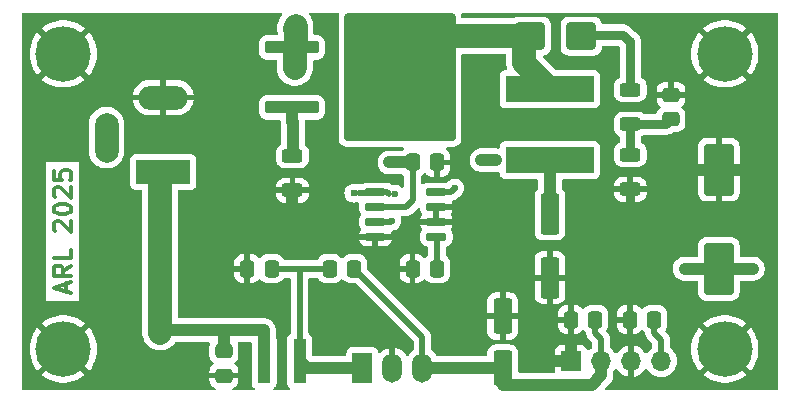
<source format=gbr>
%TF.GenerationSoftware,KiCad,Pcbnew,8.0.4+dfsg-1*%
%TF.CreationDate,2025-03-03T18:40:41+01:00*%
%TF.ProjectId,nixie-clock-psu,6e697869-652d-4636-9c6f-636b2d707375,rev?*%
%TF.SameCoordinates,Original*%
%TF.FileFunction,Copper,L1,Top*%
%TF.FilePolarity,Positive*%
%FSLAX46Y46*%
G04 Gerber Fmt 4.6, Leading zero omitted, Abs format (unit mm)*
G04 Created by KiCad (PCBNEW 8.0.4+dfsg-1) date 2025-03-03 18:40:41*
%MOMM*%
%LPD*%
G01*
G04 APERTURE LIST*
G04 Aperture macros list*
%AMRoundRect*
0 Rectangle with rounded corners*
0 $1 Rounding radius*
0 $2 $3 $4 $5 $6 $7 $8 $9 X,Y pos of 4 corners*
0 Add a 4 corners polygon primitive as box body*
4,1,4,$2,$3,$4,$5,$6,$7,$8,$9,$2,$3,0*
0 Add four circle primitives for the rounded corners*
1,1,$1+$1,$2,$3*
1,1,$1+$1,$4,$5*
1,1,$1+$1,$6,$7*
1,1,$1+$1,$8,$9*
0 Add four rect primitives between the rounded corners*
20,1,$1+$1,$2,$3,$4,$5,0*
20,1,$1+$1,$4,$5,$6,$7,0*
20,1,$1+$1,$6,$7,$8,$9,0*
20,1,$1+$1,$8,$9,$2,$3,0*%
G04 Aperture macros list end*
%ADD10C,0.300000*%
%TA.AperFunction,NonConductor*%
%ADD11C,0.300000*%
%TD*%
%TA.AperFunction,SMDPad,CuDef*%
%ADD12RoundRect,0.150000X-0.725000X-0.150000X0.725000X-0.150000X0.725000X0.150000X-0.725000X0.150000X0*%
%TD*%
%TA.AperFunction,ComponentPad*%
%ADD13R,1.700000X2.500000*%
%TD*%
%TA.AperFunction,ComponentPad*%
%ADD14O,1.700000X2.500000*%
%TD*%
%TA.AperFunction,SMDPad,CuDef*%
%ADD15RoundRect,0.250000X-0.337500X-0.475000X0.337500X-0.475000X0.337500X0.475000X-0.337500X0.475000X0*%
%TD*%
%TA.AperFunction,SMDPad,CuDef*%
%ADD16RoundRect,0.250000X-0.625000X0.312500X-0.625000X-0.312500X0.625000X-0.312500X0.625000X0.312500X0*%
%TD*%
%TA.AperFunction,ComponentPad*%
%ADD17C,4.700000*%
%TD*%
%TA.AperFunction,SMDPad,CuDef*%
%ADD18RoundRect,0.250000X0.550000X-1.250000X0.550000X1.250000X-0.550000X1.250000X-0.550000X-1.250000X0*%
%TD*%
%TA.AperFunction,SMDPad,CuDef*%
%ADD19RoundRect,0.250000X-0.550000X1.500000X-0.550000X-1.500000X0.550000X-1.500000X0.550000X1.500000X0*%
%TD*%
%TA.AperFunction,ComponentPad*%
%ADD20R,4.600000X2.000000*%
%TD*%
%TA.AperFunction,ComponentPad*%
%ADD21O,4.200000X2.000000*%
%TD*%
%TA.AperFunction,ComponentPad*%
%ADD22O,2.000000X4.200000*%
%TD*%
%TA.AperFunction,SMDPad,CuDef*%
%ADD23RoundRect,0.250000X1.000000X0.900000X-1.000000X0.900000X-1.000000X-0.900000X1.000000X-0.900000X0*%
%TD*%
%TA.AperFunction,SMDPad,CuDef*%
%ADD24RoundRect,0.250000X0.475000X-0.337500X0.475000X0.337500X-0.475000X0.337500X-0.475000X-0.337500X0*%
%TD*%
%TA.AperFunction,SMDPad,CuDef*%
%ADD25RoundRect,0.250000X1.000000X-1.950000X1.000000X1.950000X-1.000000X1.950000X-1.000000X-1.950000X0*%
%TD*%
%TA.AperFunction,SMDPad,CuDef*%
%ADD26RoundRect,0.250000X-2.050000X-0.300000X2.050000X-0.300000X2.050000X0.300000X-2.050000X0.300000X0*%
%TD*%
%TA.AperFunction,SMDPad,CuDef*%
%ADD27RoundRect,0.250000X-2.025000X-2.375000X2.025000X-2.375000X2.025000X2.375000X-2.025000X2.375000X0*%
%TD*%
%TA.AperFunction,SMDPad,CuDef*%
%ADD28RoundRect,0.250002X-4.449998X-5.149998X4.449998X-5.149998X4.449998X5.149998X-4.449998X5.149998X0*%
%TD*%
%TA.AperFunction,SMDPad,CuDef*%
%ADD29RoundRect,0.250000X-0.475000X0.337500X-0.475000X-0.337500X0.475000X-0.337500X0.475000X0.337500X0*%
%TD*%
%TA.AperFunction,SMDPad,CuDef*%
%ADD30R,1.100000X3.700000*%
%TD*%
%TA.AperFunction,SMDPad,CuDef*%
%ADD31RoundRect,0.250000X0.337500X0.475000X-0.337500X0.475000X-0.337500X-0.475000X0.337500X-0.475000X0*%
%TD*%
%TA.AperFunction,SMDPad,CuDef*%
%ADD32R,7.500000X2.200000*%
%TD*%
%TA.AperFunction,ComponentPad*%
%ADD33R,1.700000X1.700000*%
%TD*%
%TA.AperFunction,ComponentPad*%
%ADD34O,1.700000X1.700000*%
%TD*%
%TA.AperFunction,ViaPad*%
%ADD35C,0.600000*%
%TD*%
%TA.AperFunction,Conductor*%
%ADD36C,2.000000*%
%TD*%
%TA.AperFunction,Conductor*%
%ADD37C,1.000000*%
%TD*%
%TA.AperFunction,Conductor*%
%ADD38C,0.800000*%
%TD*%
%TA.AperFunction,Conductor*%
%ADD39C,0.500000*%
%TD*%
G04 APERTURE END LIST*
D10*
D11*
X150249757Y-111142855D02*
X150249757Y-110428570D01*
X150678328Y-111285712D02*
X149178328Y-110785712D01*
X149178328Y-110785712D02*
X150678328Y-110285712D01*
X150678328Y-108928570D02*
X149964042Y-109428570D01*
X150678328Y-109785713D02*
X149178328Y-109785713D01*
X149178328Y-109785713D02*
X149178328Y-109214284D01*
X149178328Y-109214284D02*
X149249757Y-109071427D01*
X149249757Y-109071427D02*
X149321185Y-108999998D01*
X149321185Y-108999998D02*
X149464042Y-108928570D01*
X149464042Y-108928570D02*
X149678328Y-108928570D01*
X149678328Y-108928570D02*
X149821185Y-108999998D01*
X149821185Y-108999998D02*
X149892614Y-109071427D01*
X149892614Y-109071427D02*
X149964042Y-109214284D01*
X149964042Y-109214284D02*
X149964042Y-109785713D01*
X150678328Y-107571427D02*
X150678328Y-108285713D01*
X150678328Y-108285713D02*
X149178328Y-108285713D01*
X149321185Y-105999998D02*
X149249757Y-105928570D01*
X149249757Y-105928570D02*
X149178328Y-105785713D01*
X149178328Y-105785713D02*
X149178328Y-105428570D01*
X149178328Y-105428570D02*
X149249757Y-105285713D01*
X149249757Y-105285713D02*
X149321185Y-105214284D01*
X149321185Y-105214284D02*
X149464042Y-105142855D01*
X149464042Y-105142855D02*
X149606900Y-105142855D01*
X149606900Y-105142855D02*
X149821185Y-105214284D01*
X149821185Y-105214284D02*
X150678328Y-106071427D01*
X150678328Y-106071427D02*
X150678328Y-105142855D01*
X149178328Y-104214284D02*
X149178328Y-104071427D01*
X149178328Y-104071427D02*
X149249757Y-103928570D01*
X149249757Y-103928570D02*
X149321185Y-103857142D01*
X149321185Y-103857142D02*
X149464042Y-103785713D01*
X149464042Y-103785713D02*
X149749757Y-103714284D01*
X149749757Y-103714284D02*
X150106900Y-103714284D01*
X150106900Y-103714284D02*
X150392614Y-103785713D01*
X150392614Y-103785713D02*
X150535471Y-103857142D01*
X150535471Y-103857142D02*
X150606900Y-103928570D01*
X150606900Y-103928570D02*
X150678328Y-104071427D01*
X150678328Y-104071427D02*
X150678328Y-104214284D01*
X150678328Y-104214284D02*
X150606900Y-104357142D01*
X150606900Y-104357142D02*
X150535471Y-104428570D01*
X150535471Y-104428570D02*
X150392614Y-104499999D01*
X150392614Y-104499999D02*
X150106900Y-104571427D01*
X150106900Y-104571427D02*
X149749757Y-104571427D01*
X149749757Y-104571427D02*
X149464042Y-104499999D01*
X149464042Y-104499999D02*
X149321185Y-104428570D01*
X149321185Y-104428570D02*
X149249757Y-104357142D01*
X149249757Y-104357142D02*
X149178328Y-104214284D01*
X149321185Y-103142856D02*
X149249757Y-103071428D01*
X149249757Y-103071428D02*
X149178328Y-102928571D01*
X149178328Y-102928571D02*
X149178328Y-102571428D01*
X149178328Y-102571428D02*
X149249757Y-102428571D01*
X149249757Y-102428571D02*
X149321185Y-102357142D01*
X149321185Y-102357142D02*
X149464042Y-102285713D01*
X149464042Y-102285713D02*
X149606900Y-102285713D01*
X149606900Y-102285713D02*
X149821185Y-102357142D01*
X149821185Y-102357142D02*
X150678328Y-103214285D01*
X150678328Y-103214285D02*
X150678328Y-102285713D01*
X149178328Y-100928571D02*
X149178328Y-101642857D01*
X149178328Y-101642857D02*
X149892614Y-101714285D01*
X149892614Y-101714285D02*
X149821185Y-101642857D01*
X149821185Y-101642857D02*
X149749757Y-101500000D01*
X149749757Y-101500000D02*
X149749757Y-101142857D01*
X149749757Y-101142857D02*
X149821185Y-101000000D01*
X149821185Y-101000000D02*
X149892614Y-100928571D01*
X149892614Y-100928571D02*
X150035471Y-100857142D01*
X150035471Y-100857142D02*
X150392614Y-100857142D01*
X150392614Y-100857142D02*
X150535471Y-100928571D01*
X150535471Y-100928571D02*
X150606900Y-101000000D01*
X150606900Y-101000000D02*
X150678328Y-101142857D01*
X150678328Y-101142857D02*
X150678328Y-101500000D01*
X150678328Y-101500000D02*
X150606900Y-101642857D01*
X150606900Y-101642857D02*
X150535471Y-101714285D01*
D12*
%TO.P,U1,1,EXT*%
%TO.N,Net-(Q1-G)*%
X176425000Y-102695000D03*
%TO.P,U1,2,V+*%
%TO.N,VCC*%
X176425000Y-103965000D03*
%TO.P,U1,3,FB*%
%TO.N,Net-(U1-FB)*%
X176425000Y-105235000D03*
%TO.P,U1,4,SHDN*%
%TO.N,GND*%
X176425000Y-106505000D03*
%TO.P,U1,5,REF*%
%TO.N,Net-(U1-REF)*%
X181575000Y-106505000D03*
%TO.P,U1,6,AGND*%
%TO.N,GND*%
X181575000Y-105235000D03*
%TO.P,U1,7,GND*%
X181575000Y-103965000D03*
%TO.P,U1,8,CS*%
%TO.N,Net-(Q1-S)*%
X181575000Y-102695000D03*
%TD*%
D13*
%TO.P,U2,1,IN*%
%TO.N,Net-(U2-IN)*%
X175320000Y-117600000D03*
D14*
%TO.P,U2,2,GND*%
%TO.N,GND*%
X177860000Y-117600000D03*
%TO.P,U2,3,OUT*%
%TO.N,+5V*%
X180400000Y-117600000D03*
%TD*%
D15*
%TO.P,C3,1*%
%TO.N,Net-(U2-IN)*%
X172562500Y-109200000D03*
%TO.P,C3,2*%
%TO.N,+5V*%
X174637500Y-109200000D03*
%TD*%
%TO.P,C10,1*%
%TO.N,GND*%
X197962500Y-113500000D03*
%TO.P,C10,2*%
%TO.N,+170*%
X200037500Y-113500000D03*
%TD*%
D16*
%TO.P,R2,1*%
%TO.N,Net-(U1-FB)*%
X198000000Y-99537500D03*
%TO.P,R2,2*%
%TO.N,GND*%
X198000000Y-102462500D03*
%TD*%
D17*
%TO.P,H4,1,1*%
%TO.N,GND*%
X206000000Y-91000000D03*
%TD*%
D15*
%TO.P,C4,1*%
%TO.N,GND*%
X192962500Y-113500000D03*
%TO.P,C4,2*%
%TO.N,+5V*%
X195037500Y-113500000D03*
%TD*%
D18*
%TO.P,C5,1*%
%TO.N,+5V*%
X187200000Y-117600000D03*
%TO.P,C5,2*%
%TO.N,GND*%
X187200000Y-113200000D03*
%TD*%
D19*
%TO.P,C6,1*%
%TO.N,VCC*%
X191200000Y-104550000D03*
%TO.P,C6,2*%
%TO.N,GND*%
X191200000Y-109950000D03*
%TD*%
D17*
%TO.P,H2,1,1*%
%TO.N,GND*%
X150000000Y-116000000D03*
%TD*%
%TO.P,H3,1,1*%
%TO.N,GND*%
X150000000Y-91000000D03*
%TD*%
D20*
%TO.P,J2,1*%
%TO.N,VCC*%
X158455000Y-101000000D03*
D21*
%TO.P,J2,2*%
%TO.N,GND*%
X158455000Y-94700000D03*
D22*
%TO.P,J2,3*%
%TO.N,unconnected-(J2-Pad3)*%
X153655000Y-98100000D03*
%TD*%
D23*
%TO.P,D2,1,K*%
%TO.N,+170*%
X193850000Y-89500000D03*
%TO.P,D2,2,A*%
%TO.N,Net-(D2-A)*%
X189550000Y-89500000D03*
%TD*%
D24*
%TO.P,C1,1*%
%TO.N,GND*%
X163600000Y-118237500D03*
%TO.P,C1,2*%
%TO.N,VCC*%
X163600000Y-116162500D03*
%TD*%
D25*
%TO.P,C7,1*%
%TO.N,+170*%
X205500000Y-109200000D03*
%TO.P,C7,2*%
%TO.N,GND*%
X205500000Y-100800000D03*
%TD*%
D16*
%TO.P,R1,1*%
%TO.N,+170*%
X198000000Y-94037500D03*
%TO.P,R1,2*%
%TO.N,Net-(U1-FB)*%
X198000000Y-96962500D03*
%TD*%
%TO.P,R3,1*%
%TO.N,Net-(Q1-S)*%
X169400000Y-99629500D03*
%TO.P,R3,2*%
%TO.N,GND*%
X169400000Y-102554500D03*
%TD*%
D26*
%TO.P,Q1,1,G*%
%TO.N,Net-(Q1-G)*%
X169350000Y-90460000D03*
D27*
%TO.P,Q1,2,D*%
%TO.N,Net-(D2-A)*%
X176075000Y-90225000D03*
X176075000Y-95775000D03*
D28*
X178500000Y-93000000D03*
D27*
X180925000Y-90225000D03*
X180925000Y-95775000D03*
D26*
%TO.P,Q1,3,S*%
%TO.N,Net-(Q1-S)*%
X169350000Y-95540000D03*
%TD*%
D29*
%TO.P,C11,1*%
%TO.N,GND*%
X201450000Y-94462500D03*
%TO.P,C11,2*%
%TO.N,Net-(U1-FB)*%
X201450000Y-96537500D03*
%TD*%
D30*
%TO.P,L1,1*%
%TO.N,VCC*%
X167000000Y-117000000D03*
%TO.P,L1,2*%
%TO.N,Net-(U2-IN)*%
X170000000Y-117000000D03*
%TD*%
D15*
%TO.P,C2,1*%
%TO.N,GND*%
X165562500Y-109200000D03*
%TO.P,C2,2*%
%TO.N,Net-(U2-IN)*%
X167637500Y-109200000D03*
%TD*%
D31*
%TO.P,C9,1*%
%TO.N,GND*%
X181637500Y-100200000D03*
%TO.P,C9,2*%
%TO.N,VCC*%
X179562500Y-100200000D03*
%TD*%
D32*
%TO.P,L2,1*%
%TO.N,VCC*%
X191200000Y-100000000D03*
%TO.P,L2,2*%
%TO.N,Net-(D2-A)*%
X191200000Y-94000000D03*
%TD*%
D17*
%TO.P,H1,1,1*%
%TO.N,GND*%
X206000000Y-116000000D03*
%TD*%
D15*
%TO.P,C8,1*%
%TO.N,GND*%
X179562500Y-109200000D03*
%TO.P,C8,2*%
%TO.N,Net-(U1-REF)*%
X181637500Y-109200000D03*
%TD*%
D33*
%TO.P,J1,1,Pin_1*%
%TO.N,GND*%
X193000000Y-117000000D03*
D34*
%TO.P,J1,2,Pin_2*%
%TO.N,+5V*%
X195540000Y-117000000D03*
%TO.P,J1,3,Pin_3*%
%TO.N,GND*%
X198080000Y-117000000D03*
%TO.P,J1,4,Pin_4*%
%TO.N,+170*%
X200620000Y-117000000D03*
%TD*%
D35*
%TO.N,VCC*%
X158242000Y-106426000D03*
X158242000Y-105410000D03*
X158242000Y-104394000D03*
X158242000Y-103378000D03*
%TO.N,GND*%
X209804000Y-88392000D03*
X209804000Y-93472000D03*
X185420000Y-95504000D03*
X155702000Y-88392000D03*
X185420000Y-92710000D03*
X203800000Y-100800000D03*
X178200000Y-109200000D03*
X164846000Y-96012000D03*
X147828000Y-94996000D03*
X202600000Y-100800000D03*
X191200000Y-112400000D03*
X166116000Y-88392000D03*
X162200000Y-118200000D03*
X187200000Y-111000000D03*
X200914000Y-88138000D03*
X178816000Y-110998000D03*
X152654000Y-102870000D03*
X171800000Y-115800000D03*
X160782000Y-88392000D03*
X209550000Y-119126000D03*
X195580000Y-110744000D03*
X195580000Y-103124000D03*
X192800000Y-110000000D03*
X171400000Y-111000000D03*
X177800000Y-115200000D03*
X207800000Y-100800000D03*
X182000000Y-115600000D03*
X169400000Y-103342000D03*
X174800000Y-106600000D03*
X152654000Y-106680000D03*
X161400000Y-94600000D03*
X189600000Y-110000000D03*
X158400000Y-96600000D03*
X183200000Y-104000000D03*
X155600000Y-94600000D03*
X188800000Y-113400000D03*
X183200000Y-105200000D03*
X158400000Y-92800000D03*
X156464000Y-119126000D03*
X169400000Y-103942000D03*
X203454000Y-119126000D03*
X185600000Y-113400000D03*
X169400000Y-102742000D03*
X161036000Y-119126000D03*
X207200000Y-100800000D03*
X152654000Y-110236000D03*
X165000000Y-118200000D03*
X198000000Y-103800000D03*
X203200000Y-100800000D03*
X194056000Y-97028000D03*
X208400000Y-100800000D03*
%TO.N,+170*%
X198000000Y-90800000D03*
X207200000Y-109200000D03*
X203800000Y-109200000D03*
X200600000Y-115400000D03*
X196600000Y-89400000D03*
X207800000Y-109200000D03*
X202600000Y-109200000D03*
X208400000Y-109200000D03*
X203200000Y-109200000D03*
X197400000Y-89400000D03*
X198000000Y-90000000D03*
%TO.N,VCC*%
X177600000Y-100200000D03*
X186000000Y-100000000D03*
X160200000Y-114400000D03*
X158200000Y-114600000D03*
X185400000Y-100000000D03*
X166200000Y-114400000D03*
X186600000Y-100000000D03*
X159200000Y-114400000D03*
X164400000Y-114400000D03*
X191200000Y-102200000D03*
X167000000Y-114400000D03*
X163600000Y-115200000D03*
X163600000Y-114400000D03*
X191200000Y-101400000D03*
%TO.N,Net-(U1-FB)*%
X198000000Y-98200000D03*
X177800000Y-105156000D03*
%TO.N,Net-(Q1-G)*%
X169672000Y-88646000D03*
X174600000Y-102800000D03*
X175200000Y-102800000D03*
X169600000Y-91600000D03*
X169672000Y-89408000D03*
X178054000Y-102870000D03*
X169600000Y-92200000D03*
%TO.N,Net-(Q1-S)*%
X169418000Y-96774000D03*
X183134000Y-102362000D03*
%TD*%
D36*
%TO.N,VCC*%
X158200000Y-112500000D02*
X158200000Y-101255000D01*
X158200000Y-101255000D02*
X158455000Y-101000000D01*
D37*
%TO.N,GND*%
X205500000Y-100800000D02*
X203800000Y-100800000D01*
X207200000Y-100800000D02*
X207800000Y-100800000D01*
X169400000Y-102742000D02*
X169400000Y-103342000D01*
X193000000Y-117000000D02*
X190800000Y-117000000D01*
X202600000Y-100800000D02*
X207200000Y-100800000D01*
D38*
X198000000Y-102462500D02*
X198000000Y-103800000D01*
D37*
X207800000Y-100800000D02*
X208400000Y-100800000D01*
X169400000Y-102554500D02*
X169400000Y-102742000D01*
X203800000Y-100800000D02*
X203200000Y-100800000D01*
X193000000Y-117000000D02*
X193000000Y-115400000D01*
X203200000Y-100800000D02*
X202600000Y-100800000D01*
X169400000Y-103342000D02*
X169400000Y-103942000D01*
X169400000Y-103942000D02*
X169400000Y-103742000D01*
%TO.N,+170*%
X202600000Y-109200000D02*
X208400000Y-109200000D01*
D38*
X198000000Y-94037500D02*
X198000000Y-89950000D01*
D39*
X200600000Y-115400000D02*
X200620000Y-115420000D01*
X200620000Y-115220000D02*
X200620000Y-115380000D01*
X200620000Y-115380000D02*
X200600000Y-115400000D01*
X200037500Y-113500000D02*
X200037500Y-114637500D01*
D38*
X197000000Y-89400000D02*
X197400000Y-89400000D01*
D39*
X200620000Y-115420000D02*
X200620000Y-117000000D01*
D38*
X197400000Y-89400000D02*
X197800000Y-89800000D01*
D39*
X200037500Y-114637500D02*
X200620000Y-115220000D01*
D38*
X197000000Y-89400000D02*
X194500000Y-89400000D01*
X194500000Y-89400000D02*
X194400000Y-89500000D01*
D39*
%TO.N,+5V*%
X195540000Y-115140000D02*
X195540000Y-117000000D01*
X195037500Y-113500000D02*
X195037500Y-114637500D01*
D37*
X194742081Y-119000000D02*
X195540000Y-118202081D01*
X187200000Y-117600000D02*
X187200000Y-119000000D01*
D39*
X195037500Y-114637500D02*
X195540000Y-115140000D01*
X180400000Y-114962500D02*
X180400000Y-117600000D01*
D37*
X187200000Y-119000000D02*
X194742081Y-119000000D01*
X187200000Y-117600000D02*
X180400000Y-117600000D01*
X195540000Y-118202081D02*
X195540000Y-117000000D01*
D39*
X174637500Y-109200000D02*
X180400000Y-114962500D01*
D37*
%TO.N,VCC*%
X159200000Y-114400000D02*
X158400000Y-114400000D01*
X191200000Y-102200000D02*
X191200000Y-101400000D01*
X158400000Y-114400000D02*
X158200000Y-114600000D01*
X160200000Y-114400000D02*
X159200000Y-114400000D01*
X191200000Y-101400000D02*
X191200000Y-100000000D01*
X163600000Y-114400000D02*
X160200000Y-114400000D01*
X179562500Y-100200000D02*
X177600000Y-100200000D01*
X163600000Y-116162500D02*
X163600000Y-115200000D01*
X163600000Y-114400000D02*
X164400000Y-114400000D01*
X191200000Y-100000000D02*
X191200000Y-104600000D01*
X163600000Y-115200000D02*
X163600000Y-114400000D01*
X167000000Y-114400000D02*
X167000000Y-117000000D01*
X186600000Y-100000000D02*
X186000000Y-100000000D01*
D36*
X158200000Y-112500000D02*
X158200000Y-114600000D01*
D37*
X166200000Y-114400000D02*
X167000000Y-114400000D01*
D39*
X179600000Y-103400000D02*
X179562500Y-103362500D01*
D37*
X186000000Y-100000000D02*
X185400000Y-100000000D01*
D39*
X176425000Y-103965000D02*
X179035000Y-103965000D01*
X179562500Y-103362500D02*
X179562500Y-100200000D01*
X179035000Y-103965000D02*
X179600000Y-103400000D01*
D37*
X164400000Y-114400000D02*
X166200000Y-114400000D01*
X191200000Y-104550000D02*
X191200000Y-102200000D01*
%TO.N,Net-(U2-IN)*%
X170600000Y-117600000D02*
X170000000Y-117000000D01*
X175320000Y-117600000D02*
X170600000Y-117600000D01*
D39*
X170000000Y-109200000D02*
X172562500Y-109200000D01*
X170000000Y-109200000D02*
X170000000Y-117000000D01*
X167637500Y-109200000D02*
X170000000Y-109200000D01*
%TO.N,Net-(U1-REF)*%
X181637500Y-109200000D02*
X181637500Y-106567500D01*
X181637500Y-106567500D02*
X181575000Y-106505000D01*
D38*
%TO.N,Net-(U1-FB)*%
X197950000Y-96962500D02*
X201025000Y-96962500D01*
X201025000Y-96962500D02*
X201450000Y-96537500D01*
X198000000Y-99537500D02*
X198000000Y-98200000D01*
D39*
X177721000Y-105235000D02*
X177800000Y-105156000D01*
X176425000Y-105235000D02*
X177721000Y-105235000D01*
D38*
X198000000Y-98200000D02*
X198000000Y-96962500D01*
D36*
%TO.N,Net-(D2-A)*%
X189000000Y-89500000D02*
X189000000Y-91800000D01*
X189000000Y-89500000D02*
X181650000Y-89500000D01*
X189000000Y-91800000D02*
X191200000Y-94000000D01*
X181650000Y-89500000D02*
X180925000Y-90225000D01*
D39*
%TO.N,Net-(Q1-G)*%
X176425000Y-102695000D02*
X177371000Y-102695000D01*
D36*
X169672000Y-89408000D02*
X169600000Y-92200000D01*
D39*
X169600000Y-88900000D02*
X169600000Y-90210000D01*
X176425000Y-102775000D02*
X176400000Y-102800000D01*
X174600000Y-102800000D02*
X174800000Y-102800000D01*
D36*
X169672000Y-88646000D02*
X169672000Y-89408000D01*
D39*
X169600000Y-90210000D02*
X169350000Y-90460000D01*
X176425000Y-102695000D02*
X176425000Y-102775000D01*
X176400000Y-102800000D02*
X175200000Y-102800000D01*
D36*
X169600000Y-88900000D02*
X169672000Y-88646000D01*
D39*
X177371000Y-102695000D02*
X177546000Y-102870000D01*
D37*
%TO.N,Net-(Q1-S)*%
X169350000Y-95540000D02*
X169400000Y-95590000D01*
X169400000Y-95590000D02*
X169400000Y-96756000D01*
X169400000Y-96756000D02*
X169418000Y-96774000D01*
D39*
X169418000Y-99611500D02*
X169400000Y-99629500D01*
D37*
X169418000Y-96774000D02*
X169418000Y-99611500D01*
X169418000Y-96774000D02*
X169400000Y-96792000D01*
D39*
X182801000Y-102695000D02*
X183134000Y-102362000D01*
X181575000Y-102695000D02*
X182801000Y-102695000D01*
%TD*%
%TA.AperFunction,Conductor*%
%TO.N,GND*%
G36*
X168470857Y-87520185D02*
G01*
X168516612Y-87572989D01*
X168526556Y-87642147D01*
X168497531Y-87705703D01*
X168494765Y-87708789D01*
X168491232Y-87712600D01*
X168491230Y-87712603D01*
X168491228Y-87712606D01*
X168472567Y-87740452D01*
X168442631Y-87785124D01*
X168439942Y-87788977D01*
X168388656Y-87859568D01*
X168388653Y-87859573D01*
X168379031Y-87878458D01*
X168371559Y-87891188D01*
X168359750Y-87908811D01*
X168323097Y-87988037D01*
X168321042Y-87992266D01*
X168281435Y-88069999D01*
X168281432Y-88070008D01*
X168274877Y-88090180D01*
X168269491Y-88103915D01*
X168260583Y-88123172D01*
X168236788Y-88207115D01*
X168235420Y-88211614D01*
X168208448Y-88294628D01*
X168208446Y-88294637D01*
X168205128Y-88315583D01*
X168201955Y-88329999D01*
X168124172Y-88604403D01*
X168096100Y-88838908D01*
X168096100Y-88838915D01*
X168105059Y-89074929D01*
X168141907Y-89261470D01*
X168135587Y-89331054D01*
X168092651Y-89386174D01*
X168026730Y-89409331D01*
X168020258Y-89409500D01*
X167249998Y-89409500D01*
X167249980Y-89409501D01*
X167147203Y-89420000D01*
X167147200Y-89420001D01*
X166980668Y-89475185D01*
X166980663Y-89475187D01*
X166831342Y-89567289D01*
X166707289Y-89691342D01*
X166615187Y-89840663D01*
X166615185Y-89840668D01*
X166587349Y-89924670D01*
X166560001Y-90007203D01*
X166560001Y-90007204D01*
X166560000Y-90007204D01*
X166549500Y-90109983D01*
X166549500Y-90810001D01*
X166549501Y-90810019D01*
X166560000Y-90912796D01*
X166560001Y-90912799D01*
X166586482Y-90992712D01*
X166615186Y-91079334D01*
X166707288Y-91228656D01*
X166831344Y-91352712D01*
X166980666Y-91444814D01*
X167147203Y-91499999D01*
X167249991Y-91510500D01*
X167989542Y-91510499D01*
X168056581Y-91530183D01*
X168102336Y-91582987D01*
X168113501Y-91637695D01*
X168096954Y-92279375D01*
X168127874Y-92513519D01*
X168127875Y-92513522D01*
X168195045Y-92739953D01*
X168296810Y-92953088D01*
X168346730Y-93025660D01*
X168430664Y-93147680D01*
X168430671Y-93147688D01*
X168593307Y-93318935D01*
X168780745Y-93462643D01*
X168988351Y-93575257D01*
X169211019Y-93654009D01*
X169443265Y-93696957D01*
X169679371Y-93703046D01*
X169913522Y-93672125D01*
X170139953Y-93604955D01*
X170353088Y-93503190D01*
X170547680Y-93369336D01*
X170718937Y-93206690D01*
X170862643Y-93019255D01*
X170975257Y-92811649D01*
X171054009Y-92588981D01*
X171096957Y-92356735D01*
X171115664Y-91631302D01*
X171137070Y-91564793D01*
X171191036Y-91520414D01*
X171239623Y-91510499D01*
X171450002Y-91510499D01*
X171450008Y-91510499D01*
X171552797Y-91499999D01*
X171719334Y-91444814D01*
X171868656Y-91352712D01*
X171992712Y-91228656D01*
X172084814Y-91079334D01*
X172139999Y-90912797D01*
X172150500Y-90810009D01*
X172150499Y-90109992D01*
X172139999Y-90007203D01*
X172084814Y-89840666D01*
X171992712Y-89691344D01*
X171868656Y-89567288D01*
X171719334Y-89475186D01*
X171552797Y-89420001D01*
X171552795Y-89420000D01*
X171450016Y-89409500D01*
X171450009Y-89409500D01*
X171296500Y-89409500D01*
X171229461Y-89389815D01*
X171183706Y-89337011D01*
X171172500Y-89285500D01*
X171172500Y-88742887D01*
X171173379Y-88728148D01*
X171175900Y-88707090D01*
X171172589Y-88619865D01*
X171172500Y-88615161D01*
X171172500Y-88527908D01*
X171169181Y-88506953D01*
X171167745Y-88492279D01*
X171166941Y-88471076D01*
X171150019Y-88385412D01*
X171149215Y-88380894D01*
X171135553Y-88294632D01*
X171129000Y-88274463D01*
X171125283Y-88260185D01*
X171121172Y-88239370D01*
X171091056Y-88157405D01*
X171089550Y-88153054D01*
X171062568Y-88070008D01*
X171052941Y-88051114D01*
X171047033Y-88037583D01*
X171039719Y-88017676D01*
X170997182Y-87941483D01*
X170994967Y-87937333D01*
X170983683Y-87915187D01*
X170955343Y-87859567D01*
X170955341Y-87859564D01*
X170955340Y-87859562D01*
X170942876Y-87842406D01*
X170934927Y-87829970D01*
X170924589Y-87811454D01*
X170924585Y-87811448D01*
X170870645Y-87742840D01*
X170867836Y-87739125D01*
X170837509Y-87697383D01*
X170814031Y-87631576D01*
X170829858Y-87563522D01*
X170879965Y-87514829D01*
X170937829Y-87500500D01*
X173203462Y-87500500D01*
X173270501Y-87520185D01*
X173316256Y-87572989D01*
X173326200Y-87642147D01*
X173321169Y-87663499D01*
X173319516Y-87668490D01*
X173310001Y-87697203D01*
X173308428Y-87712604D01*
X173308428Y-87712606D01*
X173299500Y-87799985D01*
X173299500Y-98200001D01*
X173299501Y-98200018D01*
X173310000Y-98302796D01*
X173310001Y-98302799D01*
X173344169Y-98405909D01*
X173365186Y-98469334D01*
X173457288Y-98618656D01*
X173581344Y-98742712D01*
X173730666Y-98834814D01*
X173897203Y-98889999D01*
X173981925Y-98898654D01*
X173989233Y-98900499D01*
X173993665Y-98900499D01*
X174006280Y-98901142D01*
X174013432Y-98901873D01*
X174021384Y-98900499D01*
X178694895Y-98900499D01*
X178761934Y-98920184D01*
X178807689Y-98972988D01*
X178817633Y-99042146D01*
X178788608Y-99105702D01*
X178759995Y-99130036D01*
X178756343Y-99132288D01*
X178725451Y-99163181D01*
X178664128Y-99196666D01*
X178637770Y-99199500D01*
X177501457Y-99199500D01*
X177308170Y-99237947D01*
X177308160Y-99237950D01*
X177126092Y-99313364D01*
X177126079Y-99313371D01*
X176962218Y-99422860D01*
X176962214Y-99422863D01*
X176822863Y-99562214D01*
X176822860Y-99562218D01*
X176713371Y-99726079D01*
X176713364Y-99726092D01*
X176637950Y-99908160D01*
X176637947Y-99908170D01*
X176599500Y-100101456D01*
X176599500Y-100101459D01*
X176599500Y-100298541D01*
X176599500Y-100298543D01*
X176599499Y-100298543D01*
X176637947Y-100491829D01*
X176637950Y-100491839D01*
X176713364Y-100673907D01*
X176713371Y-100673920D01*
X176822860Y-100837781D01*
X176822863Y-100837785D01*
X176962214Y-100977136D01*
X176962218Y-100977139D01*
X177126079Y-101086628D01*
X177126092Y-101086635D01*
X177273936Y-101147873D01*
X177308165Y-101162051D01*
X177308169Y-101162051D01*
X177308170Y-101162052D01*
X177501456Y-101200500D01*
X177501459Y-101200500D01*
X178637770Y-101200500D01*
X178704809Y-101220185D01*
X178725451Y-101236819D01*
X178756345Y-101267713D01*
X178762013Y-101272195D01*
X178760570Y-101274019D01*
X178799820Y-101317654D01*
X178812000Y-101371248D01*
X178812000Y-102196560D01*
X178792315Y-102263599D01*
X178739511Y-102309354D01*
X178670353Y-102319298D01*
X178606797Y-102290273D01*
X178600319Y-102284241D01*
X178556262Y-102240184D01*
X178403523Y-102144211D01*
X178233254Y-102084631D01*
X178233249Y-102084630D01*
X178054004Y-102064435D01*
X178053996Y-102064435D01*
X177867825Y-102085411D01*
X177867603Y-102083443D01*
X177807593Y-102079756D01*
X177780873Y-102066250D01*
X177767743Y-102057477D01*
X177726495Y-102029916D01*
X177726488Y-102029912D01*
X177589917Y-101973343D01*
X177589907Y-101973340D01*
X177444920Y-101944500D01*
X177444918Y-101944500D01*
X177432328Y-101944500D01*
X177397733Y-101939576D01*
X177252573Y-101897402D01*
X177252567Y-101897401D01*
X177215701Y-101894500D01*
X177215694Y-101894500D01*
X175634306Y-101894500D01*
X175634298Y-101894500D01*
X175597432Y-101897401D01*
X175597426Y-101897402D01*
X175439606Y-101943254D01*
X175439605Y-101943254D01*
X175364308Y-101987784D01*
X175296584Y-102004965D01*
X175287305Y-102004271D01*
X175200004Y-101994435D01*
X175199996Y-101994435D01*
X175020746Y-102014631D01*
X175020745Y-102014631D01*
X174940952Y-102042551D01*
X174871173Y-102046112D01*
X174859045Y-102042551D01*
X174779257Y-102014632D01*
X174779249Y-102014630D01*
X174600004Y-101994435D01*
X174599996Y-101994435D01*
X174420750Y-102014630D01*
X174420745Y-102014631D01*
X174250476Y-102074211D01*
X174097737Y-102170184D01*
X173970184Y-102297737D01*
X173874211Y-102450476D01*
X173814631Y-102620745D01*
X173814630Y-102620750D01*
X173794435Y-102799996D01*
X173794435Y-102800003D01*
X173814630Y-102979249D01*
X173814631Y-102979254D01*
X173874211Y-103149523D01*
X173954908Y-103277951D01*
X173970184Y-103302262D01*
X174097738Y-103429816D01*
X174144751Y-103459356D01*
X174249220Y-103524999D01*
X174250478Y-103525789D01*
X174394967Y-103576348D01*
X174420745Y-103585368D01*
X174420750Y-103585369D01*
X174599996Y-103605565D01*
X174600000Y-103605565D01*
X174600004Y-103605565D01*
X174779248Y-103585369D01*
X174779248Y-103585368D01*
X174779255Y-103585368D01*
X174859047Y-103557446D01*
X174928821Y-103553884D01*
X174940930Y-103557439D01*
X174972238Y-103568394D01*
X175029012Y-103609114D01*
X175054759Y-103674067D01*
X175053264Y-103707710D01*
X175052401Y-103712430D01*
X175049500Y-103749298D01*
X175049500Y-104180701D01*
X175052401Y-104217567D01*
X175052402Y-104217573D01*
X175098254Y-104375393D01*
X175098255Y-104375396D01*
X175181917Y-104516862D01*
X175186702Y-104523031D01*
X175184256Y-104524927D01*
X175210857Y-104573642D01*
X175205873Y-104643334D01*
X175185069Y-104675703D01*
X175186702Y-104676969D01*
X175181917Y-104683137D01*
X175098255Y-104824603D01*
X175098254Y-104824606D01*
X175052402Y-104982426D01*
X175052401Y-104982432D01*
X175049500Y-105019298D01*
X175049500Y-105450701D01*
X175052401Y-105487567D01*
X175052402Y-105487573D01*
X175098254Y-105645393D01*
X175098255Y-105645396D01*
X175181917Y-105786862D01*
X175186702Y-105793031D01*
X175184369Y-105794840D01*
X175211210Y-105843995D01*
X175206226Y-105913687D01*
X175185470Y-105946021D01*
X175187097Y-105947283D01*
X175182313Y-105953449D01*
X175098718Y-106094801D01*
X175052899Y-106252513D01*
X175052704Y-106254998D01*
X175052705Y-106255000D01*
X177797295Y-106255000D01*
X177797295Y-106254998D01*
X177797100Y-106252511D01*
X177797099Y-106252505D01*
X177761366Y-106129512D01*
X177761565Y-106059643D01*
X177799507Y-106000973D01*
X177856251Y-105973300D01*
X177939905Y-105956660D01*
X177939906Y-105956659D01*
X177939913Y-105956658D01*
X177964178Y-105946605D01*
X177972745Y-105943878D01*
X177972673Y-105943671D01*
X177979255Y-105941368D01*
X178149522Y-105881789D01*
X178302262Y-105785816D01*
X178429816Y-105658262D01*
X178525789Y-105505522D01*
X178585368Y-105335255D01*
X178605565Y-105156000D01*
X178590163Y-105019306D01*
X178585369Y-104976750D01*
X178585366Y-104976737D01*
X178551675Y-104880455D01*
X178548112Y-104810676D01*
X178582841Y-104750049D01*
X178644834Y-104717821D01*
X178668716Y-104715500D01*
X179108920Y-104715500D01*
X179206462Y-104696096D01*
X179253913Y-104686658D01*
X179390495Y-104630084D01*
X179439729Y-104597186D01*
X179513416Y-104547952D01*
X179988319Y-104073046D01*
X180049642Y-104039562D01*
X180119333Y-104044546D01*
X180175267Y-104086417D01*
X180199684Y-104151882D01*
X180200000Y-104160728D01*
X180200000Y-104180649D01*
X180202899Y-104217489D01*
X180202900Y-104217495D01*
X180248716Y-104375193D01*
X180248717Y-104375196D01*
X180332314Y-104516552D01*
X180337100Y-104522722D01*
X180334753Y-104524542D01*
X180361564Y-104573642D01*
X180356580Y-104643334D01*
X180335541Y-104676069D01*
X180337100Y-104677278D01*
X180332314Y-104683447D01*
X180248718Y-104824801D01*
X180202899Y-104982513D01*
X180202704Y-104984998D01*
X180202705Y-104985000D01*
X181325000Y-104985000D01*
X181825000Y-104985000D01*
X182947295Y-104985000D01*
X182947295Y-104984998D01*
X182947100Y-104982513D01*
X182901281Y-104824801D01*
X182817685Y-104683447D01*
X182812900Y-104677278D01*
X182815252Y-104675453D01*
X182788445Y-104626405D01*
X182793402Y-104556712D01*
X182814465Y-104523936D01*
X182812900Y-104522722D01*
X182817685Y-104516552D01*
X182901281Y-104375198D01*
X182947100Y-104217486D01*
X182947295Y-104215001D01*
X182947295Y-104215000D01*
X181825000Y-104215000D01*
X181825000Y-104985000D01*
X181325000Y-104985000D01*
X181325000Y-103839000D01*
X181344685Y-103771961D01*
X181397489Y-103726206D01*
X181449000Y-103715000D01*
X182947295Y-103715000D01*
X182947295Y-103714998D01*
X182947100Y-103712511D01*
X182947099Y-103712505D01*
X182907542Y-103576348D01*
X182907741Y-103506478D01*
X182945683Y-103447808D01*
X183002427Y-103420136D01*
X183019913Y-103416658D01*
X183156495Y-103360084D01*
X183239638Y-103304530D01*
X183279416Y-103277952D01*
X183442060Y-103115306D01*
X183478134Y-103092650D01*
X183477248Y-103090810D01*
X183483510Y-103087792D01*
X183483522Y-103087789D01*
X183636262Y-102991816D01*
X183763816Y-102864262D01*
X183859789Y-102711522D01*
X183919368Y-102541255D01*
X183921709Y-102520478D01*
X183939565Y-102362003D01*
X183939565Y-102361996D01*
X183919369Y-102182750D01*
X183919368Y-102182745D01*
X183884621Y-102083443D01*
X183859789Y-102012478D01*
X183763816Y-101859738D01*
X183636262Y-101732184D01*
X183624031Y-101724499D01*
X183483523Y-101636211D01*
X183313254Y-101576631D01*
X183313249Y-101576630D01*
X183134004Y-101556435D01*
X183133996Y-101556435D01*
X182954750Y-101576630D01*
X182954745Y-101576631D01*
X182784476Y-101636211D01*
X182631739Y-101732183D01*
X182502276Y-101861646D01*
X182440953Y-101895130D01*
X182404869Y-101897582D01*
X182365706Y-101894500D01*
X182365694Y-101894500D01*
X180784306Y-101894500D01*
X180784298Y-101894500D01*
X180747432Y-101897401D01*
X180747426Y-101897402D01*
X180589606Y-101943254D01*
X180589605Y-101943254D01*
X180500120Y-101996175D01*
X180432396Y-102013357D01*
X180366134Y-101991196D01*
X180322371Y-101936730D01*
X180313000Y-101889442D01*
X180313000Y-101371248D01*
X180332685Y-101304209D01*
X180363996Y-101273471D01*
X180362987Y-101272195D01*
X180368654Y-101267713D01*
X180368653Y-101267713D01*
X180368656Y-101267712D01*
X180492712Y-101143656D01*
X180494752Y-101140347D01*
X180496745Y-101138555D01*
X180497193Y-101137989D01*
X180497289Y-101138065D01*
X180546694Y-101093623D01*
X180615656Y-101082395D01*
X180679740Y-101110234D01*
X180705829Y-101140339D01*
X180707681Y-101143341D01*
X180707683Y-101143344D01*
X180831654Y-101267315D01*
X180980875Y-101359356D01*
X180980880Y-101359358D01*
X181147302Y-101414505D01*
X181147309Y-101414506D01*
X181250019Y-101424999D01*
X181387499Y-101424999D01*
X181887500Y-101424999D01*
X182024972Y-101424999D01*
X182024986Y-101424998D01*
X182127697Y-101414505D01*
X182294119Y-101359358D01*
X182294124Y-101359356D01*
X182443345Y-101267315D01*
X182567315Y-101143345D01*
X182659356Y-100994124D01*
X182659358Y-100994119D01*
X182714505Y-100827697D01*
X182714506Y-100827690D01*
X182724999Y-100724986D01*
X182725000Y-100724973D01*
X182725000Y-100450000D01*
X181887500Y-100450000D01*
X181887500Y-101424999D01*
X181387499Y-101424999D01*
X181387500Y-101424998D01*
X181387500Y-100098543D01*
X184399499Y-100098543D01*
X184437947Y-100291829D01*
X184437950Y-100291839D01*
X184513364Y-100473907D01*
X184513371Y-100473920D01*
X184622860Y-100637781D01*
X184622863Y-100637785D01*
X184762214Y-100777136D01*
X184762218Y-100777139D01*
X184926079Y-100886628D01*
X184926092Y-100886635D01*
X185108160Y-100962049D01*
X185108165Y-100962051D01*
X185108169Y-100962051D01*
X185108170Y-100962052D01*
X185301456Y-101000500D01*
X185301459Y-101000500D01*
X186698543Y-101000500D01*
X186774191Y-100985452D01*
X186801308Y-100980058D01*
X186870899Y-100986285D01*
X186926077Y-101029147D01*
X186949322Y-101095037D01*
X186949500Y-101101672D01*
X186949500Y-101147868D01*
X186949501Y-101147876D01*
X186955908Y-101207483D01*
X187006202Y-101342328D01*
X187006206Y-101342335D01*
X187092452Y-101457544D01*
X187092455Y-101457547D01*
X187207664Y-101543793D01*
X187207671Y-101543797D01*
X187342517Y-101594091D01*
X187342516Y-101594091D01*
X187349444Y-101594835D01*
X187402127Y-101600500D01*
X190075500Y-101600499D01*
X190142539Y-101620184D01*
X190188294Y-101672987D01*
X190199500Y-101724499D01*
X190199500Y-102387769D01*
X190179815Y-102454808D01*
X190163182Y-102475450D01*
X190057287Y-102581345D01*
X189965187Y-102730663D01*
X189965186Y-102730666D01*
X189910001Y-102897203D01*
X189910001Y-102897204D01*
X189910000Y-102897204D01*
X189899500Y-102999983D01*
X189899500Y-106100001D01*
X189899501Y-106100018D01*
X189910000Y-106202796D01*
X189910001Y-106202799D01*
X189965185Y-106369331D01*
X189965186Y-106369334D01*
X190057288Y-106518656D01*
X190181344Y-106642712D01*
X190330666Y-106734814D01*
X190497203Y-106789999D01*
X190599991Y-106800500D01*
X191800008Y-106800499D01*
X191902797Y-106789999D01*
X192069334Y-106734814D01*
X192218656Y-106642712D01*
X192342712Y-106518656D01*
X192434814Y-106369334D01*
X192489999Y-106202797D01*
X192500500Y-106100009D01*
X192500499Y-102999992D01*
X192489999Y-102897203D01*
X192466069Y-102824986D01*
X196625001Y-102824986D01*
X196635494Y-102927697D01*
X196690641Y-103094119D01*
X196690643Y-103094124D01*
X196782684Y-103243345D01*
X196906654Y-103367315D01*
X197055875Y-103459356D01*
X197055880Y-103459358D01*
X197222302Y-103514505D01*
X197222309Y-103514506D01*
X197325019Y-103524999D01*
X197749999Y-103524999D01*
X198250000Y-103524999D01*
X198674972Y-103524999D01*
X198674986Y-103524998D01*
X198777697Y-103514505D01*
X198944119Y-103459358D01*
X198944124Y-103459356D01*
X199093345Y-103367315D01*
X199217315Y-103243345D01*
X199309356Y-103094124D01*
X199309358Y-103094119D01*
X199364505Y-102927697D01*
X199364506Y-102927690D01*
X199374999Y-102824986D01*
X199375000Y-102824973D01*
X199375000Y-102799986D01*
X203750001Y-102799986D01*
X203760494Y-102902697D01*
X203815641Y-103069119D01*
X203815643Y-103069124D01*
X203907684Y-103218345D01*
X204031654Y-103342315D01*
X204180875Y-103434356D01*
X204180880Y-103434358D01*
X204347302Y-103489505D01*
X204347309Y-103489506D01*
X204450019Y-103499999D01*
X205249999Y-103499999D01*
X205750000Y-103499999D01*
X206549972Y-103499999D01*
X206549986Y-103499998D01*
X206652697Y-103489505D01*
X206819119Y-103434358D01*
X206819124Y-103434356D01*
X206968345Y-103342315D01*
X207092315Y-103218345D01*
X207184356Y-103069124D01*
X207184358Y-103069119D01*
X207239505Y-102902697D01*
X207239506Y-102902690D01*
X207249999Y-102799986D01*
X207250000Y-102799973D01*
X207250000Y-101050000D01*
X205750000Y-101050000D01*
X205750000Y-103499999D01*
X205249999Y-103499999D01*
X205250000Y-103499998D01*
X205250000Y-101050000D01*
X203750001Y-101050000D01*
X203750001Y-102799986D01*
X199375000Y-102799986D01*
X199375000Y-102712500D01*
X198250000Y-102712500D01*
X198250000Y-103524999D01*
X197749999Y-103524999D01*
X197750000Y-103524998D01*
X197750000Y-102712500D01*
X196625001Y-102712500D01*
X196625001Y-102824986D01*
X192466069Y-102824986D01*
X192434814Y-102730666D01*
X192342712Y-102581344D01*
X192236818Y-102475450D01*
X192203334Y-102414127D01*
X192200500Y-102387769D01*
X192200500Y-102100013D01*
X196625000Y-102100013D01*
X196625000Y-102212500D01*
X197750000Y-102212500D01*
X198250000Y-102212500D01*
X199374999Y-102212500D01*
X199374999Y-102100028D01*
X199374998Y-102100013D01*
X199364505Y-101997302D01*
X199309358Y-101830880D01*
X199309356Y-101830875D01*
X199217315Y-101681654D01*
X199093345Y-101557684D01*
X198944124Y-101465643D01*
X198944119Y-101465641D01*
X198777697Y-101410494D01*
X198777690Y-101410493D01*
X198674986Y-101400000D01*
X198250000Y-101400000D01*
X198250000Y-102212500D01*
X197750000Y-102212500D01*
X197750000Y-101400000D01*
X197325028Y-101400000D01*
X197325012Y-101400001D01*
X197222302Y-101410494D01*
X197055880Y-101465641D01*
X197055875Y-101465643D01*
X196906654Y-101557684D01*
X196782684Y-101681654D01*
X196690643Y-101830875D01*
X196690641Y-101830880D01*
X196635494Y-101997302D01*
X196635493Y-101997309D01*
X196625000Y-102100013D01*
X192200500Y-102100013D01*
X192200500Y-101724499D01*
X192220185Y-101657460D01*
X192272989Y-101611705D01*
X192324500Y-101600499D01*
X194997871Y-101600499D01*
X194997872Y-101600499D01*
X195057483Y-101594091D01*
X195192331Y-101543796D01*
X195307546Y-101457546D01*
X195393796Y-101342331D01*
X195444091Y-101207483D01*
X195450500Y-101147873D01*
X195450499Y-98852128D01*
X195444091Y-98792517D01*
X195430599Y-98756344D01*
X195393797Y-98657671D01*
X195393793Y-98657664D01*
X195307547Y-98542455D01*
X195307544Y-98542452D01*
X195192335Y-98456206D01*
X195192328Y-98456202D01*
X195057482Y-98405908D01*
X195057483Y-98405908D01*
X194997883Y-98399501D01*
X194997881Y-98399500D01*
X194997873Y-98399500D01*
X194997864Y-98399500D01*
X187402129Y-98399500D01*
X187402123Y-98399501D01*
X187342516Y-98405908D01*
X187207671Y-98456202D01*
X187207664Y-98456206D01*
X187092455Y-98542452D01*
X187092452Y-98542455D01*
X187006206Y-98657664D01*
X187006202Y-98657671D01*
X186955908Y-98792517D01*
X186949501Y-98852116D01*
X186949501Y-98852123D01*
X186949500Y-98852135D01*
X186949500Y-98898324D01*
X186929815Y-98965363D01*
X186877011Y-99011118D01*
X186807853Y-99021062D01*
X186801309Y-99019941D01*
X186698545Y-98999500D01*
X186698541Y-98999500D01*
X186098541Y-98999500D01*
X185301459Y-98999500D01*
X185301457Y-98999500D01*
X185108170Y-99037947D01*
X185108160Y-99037950D01*
X184926092Y-99113364D01*
X184926079Y-99113371D01*
X184762218Y-99222860D01*
X184762214Y-99222863D01*
X184622863Y-99362214D01*
X184622860Y-99362218D01*
X184513371Y-99526079D01*
X184513364Y-99526092D01*
X184437950Y-99708160D01*
X184437947Y-99708170D01*
X184399500Y-99901456D01*
X184399500Y-99901459D01*
X184399500Y-100098541D01*
X184399500Y-100098543D01*
X184399499Y-100098543D01*
X181387500Y-100098543D01*
X181387500Y-100074000D01*
X181407185Y-100006961D01*
X181459989Y-99961206D01*
X181511500Y-99950000D01*
X182724999Y-99950000D01*
X182724999Y-99675028D01*
X182724998Y-99675013D01*
X182714505Y-99572302D01*
X182659358Y-99405880D01*
X182659356Y-99405875D01*
X182567315Y-99256654D01*
X182443345Y-99132684D01*
X182439055Y-99130038D01*
X182392331Y-99078090D01*
X182381109Y-99009127D01*
X182408952Y-98945045D01*
X182467021Y-98906189D01*
X182504151Y-98900499D01*
X183000008Y-98900499D01*
X183102797Y-98889999D01*
X183269334Y-98834814D01*
X183418656Y-98742712D01*
X183542712Y-98618656D01*
X183634814Y-98469334D01*
X183689999Y-98302797D01*
X183700500Y-98200009D01*
X183700500Y-96599983D01*
X196624500Y-96599983D01*
X196624500Y-97325001D01*
X196624501Y-97325019D01*
X196635000Y-97427796D01*
X196635001Y-97427799D01*
X196690185Y-97594331D01*
X196690187Y-97594336D01*
X196702932Y-97614999D01*
X196782288Y-97743656D01*
X196906344Y-97867712D01*
X197040597Y-97950519D01*
X197087321Y-98002465D01*
X197099500Y-98056057D01*
X197099500Y-98443942D01*
X197079815Y-98510981D01*
X197040598Y-98549479D01*
X196980548Y-98586519D01*
X196906342Y-98632289D01*
X196782289Y-98756342D01*
X196690187Y-98905663D01*
X196690185Y-98905668D01*
X196685375Y-98920184D01*
X196635001Y-99072203D01*
X196635001Y-99072204D01*
X196635000Y-99072204D01*
X196624500Y-99174983D01*
X196624500Y-99900001D01*
X196624501Y-99900019D01*
X196635000Y-100002796D01*
X196635001Y-100002799D01*
X196690185Y-100169331D01*
X196690187Y-100169336D01*
X196695230Y-100177512D01*
X196782288Y-100318656D01*
X196906344Y-100442712D01*
X197055666Y-100534814D01*
X197222203Y-100589999D01*
X197324991Y-100600500D01*
X198675008Y-100600499D01*
X198777797Y-100589999D01*
X198944334Y-100534814D01*
X199093656Y-100442712D01*
X199217712Y-100318656D01*
X199309814Y-100169334D01*
X199364999Y-100002797D01*
X199375500Y-99900009D01*
X199375499Y-99174992D01*
X199374292Y-99163181D01*
X199364999Y-99072203D01*
X199364998Y-99072200D01*
X199355039Y-99042146D01*
X199309814Y-98905666D01*
X199244647Y-98800013D01*
X203750000Y-98800013D01*
X203750000Y-100550000D01*
X205250000Y-100550000D01*
X205750000Y-100550000D01*
X207249999Y-100550000D01*
X207249999Y-98800028D01*
X207249998Y-98800013D01*
X207239505Y-98697302D01*
X207184358Y-98530880D01*
X207184356Y-98530875D01*
X207092315Y-98381654D01*
X206968345Y-98257684D01*
X206819124Y-98165643D01*
X206819119Y-98165641D01*
X206652697Y-98110494D01*
X206652690Y-98110493D01*
X206549986Y-98100000D01*
X205750000Y-98100000D01*
X205750000Y-100550000D01*
X205250000Y-100550000D01*
X205250000Y-98100000D01*
X204450028Y-98100000D01*
X204450012Y-98100001D01*
X204347302Y-98110494D01*
X204180880Y-98165641D01*
X204180875Y-98165643D01*
X204031654Y-98257684D01*
X203907684Y-98381654D01*
X203815643Y-98530875D01*
X203815641Y-98530880D01*
X203760494Y-98697302D01*
X203760493Y-98697309D01*
X203750000Y-98800013D01*
X199244647Y-98800013D01*
X199217712Y-98756344D01*
X199093656Y-98632288D01*
X198959402Y-98549480D01*
X198912679Y-98497533D01*
X198900500Y-98443942D01*
X198900500Y-98056057D01*
X198920185Y-97989018D01*
X198959401Y-97950520D01*
X199071365Y-97881460D01*
X199136461Y-97863000D01*
X201113693Y-97863000D01*
X201113694Y-97862999D01*
X201287666Y-97828395D01*
X201374323Y-97792500D01*
X201451547Y-97760513D01*
X201545496Y-97697738D01*
X201599036Y-97661964D01*
X201599039Y-97661961D01*
X201599183Y-97661818D01*
X201599276Y-97661766D01*
X201603746Y-97658099D01*
X201604441Y-97658946D01*
X201660506Y-97628333D01*
X201686864Y-97625499D01*
X201975002Y-97625499D01*
X201975008Y-97625499D01*
X202077797Y-97614999D01*
X202244334Y-97559814D01*
X202393656Y-97467712D01*
X202517712Y-97343656D01*
X202609814Y-97194334D01*
X202664999Y-97027797D01*
X202675500Y-96925009D01*
X202675499Y-96149992D01*
X202664999Y-96047203D01*
X202609814Y-95880666D01*
X202517712Y-95731344D01*
X202393656Y-95607288D01*
X202390342Y-95605243D01*
X202388546Y-95603248D01*
X202387989Y-95602807D01*
X202388064Y-95602711D01*
X202343618Y-95553297D01*
X202332397Y-95484334D01*
X202360240Y-95420252D01*
X202390348Y-95394165D01*
X202393342Y-95392318D01*
X202517315Y-95268345D01*
X202609356Y-95119124D01*
X202609358Y-95119119D01*
X202664505Y-94952697D01*
X202664506Y-94952690D01*
X202674999Y-94849986D01*
X202675000Y-94849973D01*
X202675000Y-94712500D01*
X200225001Y-94712500D01*
X200225001Y-94849986D01*
X200235494Y-94952697D01*
X200290641Y-95119119D01*
X200290643Y-95119124D01*
X200382684Y-95268345D01*
X200506655Y-95392316D01*
X200506659Y-95392319D01*
X200509656Y-95394168D01*
X200511279Y-95395972D01*
X200512323Y-95396798D01*
X200512181Y-95396976D01*
X200556381Y-95446116D01*
X200567602Y-95515079D01*
X200539759Y-95579161D01*
X200509661Y-95605241D01*
X200506349Y-95607283D01*
X200506343Y-95607288D01*
X200382289Y-95731342D01*
X200290187Y-95880663D01*
X200290185Y-95880668D01*
X200280466Y-95910000D01*
X200262179Y-95965187D01*
X200258263Y-95977004D01*
X200218490Y-96034449D01*
X200153974Y-96061272D01*
X200140557Y-96062000D01*
X199136461Y-96062000D01*
X199071366Y-96043539D01*
X198944334Y-95965186D01*
X198777797Y-95910001D01*
X198777795Y-95910000D01*
X198675010Y-95899500D01*
X197324998Y-95899500D01*
X197324981Y-95899501D01*
X197222203Y-95910000D01*
X197222200Y-95910001D01*
X197055668Y-95965185D01*
X197055663Y-95965187D01*
X196906342Y-96057289D01*
X196782289Y-96181342D01*
X196690187Y-96330663D01*
X196690186Y-96330666D01*
X196635001Y-96497203D01*
X196635001Y-96497204D01*
X196635000Y-96497204D01*
X196624500Y-96599983D01*
X183700500Y-96599983D01*
X183700500Y-95793949D01*
X183700499Y-92656142D01*
X183700500Y-92656122D01*
X183700500Y-91124500D01*
X183720185Y-91057461D01*
X183772989Y-91011706D01*
X183824500Y-91000500D01*
X187375500Y-91000500D01*
X187442539Y-91020185D01*
X187488294Y-91072989D01*
X187499500Y-91124500D01*
X187499500Y-91918097D01*
X187536447Y-92151369D01*
X187536447Y-92151372D01*
X187564329Y-92237182D01*
X187566324Y-92307023D01*
X187530244Y-92366856D01*
X187467543Y-92397684D01*
X187446401Y-92399500D01*
X187402131Y-92399500D01*
X187402123Y-92399501D01*
X187342516Y-92405908D01*
X187207671Y-92456202D01*
X187207664Y-92456206D01*
X187092455Y-92542452D01*
X187092452Y-92542455D01*
X187006206Y-92657664D01*
X187006202Y-92657671D01*
X186955908Y-92792517D01*
X186951439Y-92834088D01*
X186949501Y-92852123D01*
X186949500Y-92852135D01*
X186949500Y-95147870D01*
X186949501Y-95147876D01*
X186955908Y-95207483D01*
X187006202Y-95342328D01*
X187006206Y-95342335D01*
X187092452Y-95457544D01*
X187092455Y-95457547D01*
X187207664Y-95543793D01*
X187207671Y-95543797D01*
X187342517Y-95594091D01*
X187342516Y-95594091D01*
X187349444Y-95594835D01*
X187402127Y-95600500D01*
X194997872Y-95600499D01*
X195057483Y-95594091D01*
X195192331Y-95543796D01*
X195307546Y-95457546D01*
X195393796Y-95342331D01*
X195444091Y-95207483D01*
X195450500Y-95147873D01*
X195450499Y-92852128D01*
X195444091Y-92792517D01*
X195393796Y-92657669D01*
X195393795Y-92657668D01*
X195393793Y-92657664D01*
X195307547Y-92542455D01*
X195307544Y-92542452D01*
X195192335Y-92456206D01*
X195192328Y-92456202D01*
X195057482Y-92405908D01*
X195057483Y-92405908D01*
X194997883Y-92399501D01*
X194997881Y-92399500D01*
X194997873Y-92399500D01*
X194997865Y-92399500D01*
X191772889Y-92399500D01*
X191705850Y-92379815D01*
X191685208Y-92363181D01*
X190664104Y-91342077D01*
X190630619Y-91280754D01*
X190635603Y-91211062D01*
X190677475Y-91155129D01*
X190712777Y-91136691D01*
X190869334Y-91084814D01*
X191018656Y-90992712D01*
X191142712Y-90868656D01*
X191234814Y-90719334D01*
X191289999Y-90552797D01*
X191300500Y-90450009D01*
X191300499Y-88549992D01*
X191300498Y-88549983D01*
X192099500Y-88549983D01*
X192099500Y-90450001D01*
X192099501Y-90450018D01*
X192110000Y-90552796D01*
X192110001Y-90552799D01*
X192141033Y-90646446D01*
X192165186Y-90719334D01*
X192257288Y-90868656D01*
X192381344Y-90992712D01*
X192530666Y-91084814D01*
X192697203Y-91139999D01*
X192799991Y-91150500D01*
X194900008Y-91150499D01*
X195002797Y-91139999D01*
X195169334Y-91084814D01*
X195318656Y-90992712D01*
X195442712Y-90868656D01*
X195534814Y-90719334D01*
X195589999Y-90552797D01*
X195600500Y-90450009D01*
X195600500Y-90424500D01*
X195620185Y-90357461D01*
X195672989Y-90311706D01*
X195724500Y-90300500D01*
X196911309Y-90300500D01*
X196975500Y-90300500D01*
X197042539Y-90320185D01*
X197088294Y-90372989D01*
X197099500Y-90424500D01*
X197099500Y-92943942D01*
X197079815Y-93010981D01*
X197040598Y-93049479D01*
X196954209Y-93102764D01*
X196906342Y-93132289D01*
X196782289Y-93256342D01*
X196690187Y-93405663D01*
X196690186Y-93405666D01*
X196635001Y-93572203D01*
X196635001Y-93572204D01*
X196635000Y-93572204D01*
X196624500Y-93674983D01*
X196624500Y-94400001D01*
X196624501Y-94400019D01*
X196635000Y-94502796D01*
X196635001Y-94502799D01*
X196652361Y-94555186D01*
X196690186Y-94669334D01*
X196782288Y-94818656D01*
X196906344Y-94942712D01*
X197055666Y-95034814D01*
X197222203Y-95089999D01*
X197324991Y-95100500D01*
X198675008Y-95100499D01*
X198777797Y-95089999D01*
X198944334Y-95034814D01*
X199093656Y-94942712D01*
X199217712Y-94818656D01*
X199309814Y-94669334D01*
X199364999Y-94502797D01*
X199375500Y-94400009D01*
X199375500Y-94075013D01*
X200225000Y-94075013D01*
X200225000Y-94212500D01*
X201200000Y-94212500D01*
X201700000Y-94212500D01*
X202674999Y-94212500D01*
X202674999Y-94075028D01*
X202674998Y-94075013D01*
X202664505Y-93972302D01*
X202609358Y-93805880D01*
X202609356Y-93805875D01*
X202517315Y-93656654D01*
X202393345Y-93532684D01*
X202244124Y-93440643D01*
X202244119Y-93440641D01*
X202077697Y-93385494D01*
X202077690Y-93385493D01*
X201974986Y-93375000D01*
X201700000Y-93375000D01*
X201700000Y-94212500D01*
X201200000Y-94212500D01*
X201200000Y-93375000D01*
X200925029Y-93375000D01*
X200925012Y-93375001D01*
X200822302Y-93385494D01*
X200655880Y-93440641D01*
X200655875Y-93440643D01*
X200506654Y-93532684D01*
X200382684Y-93656654D01*
X200290643Y-93805875D01*
X200290641Y-93805880D01*
X200235494Y-93972302D01*
X200235493Y-93972309D01*
X200225000Y-94075013D01*
X199375500Y-94075013D01*
X199375499Y-93674992D01*
X199370019Y-93621350D01*
X199364999Y-93572203D01*
X199364998Y-93572200D01*
X199331913Y-93472356D01*
X199309814Y-93405666D01*
X199217712Y-93256344D01*
X199093656Y-93132288D01*
X198959402Y-93049480D01*
X198912679Y-92997533D01*
X198900500Y-92943942D01*
X198900500Y-90999996D01*
X203145170Y-90999996D01*
X203145170Y-91000003D01*
X203164473Y-91331426D01*
X203164474Y-91331437D01*
X203222118Y-91658351D01*
X203222121Y-91658365D01*
X203317336Y-91976408D01*
X203448827Y-92281236D01*
X203448833Y-92281249D01*
X203614824Y-92568755D01*
X203812357Y-92834087D01*
X204884728Y-91761716D01*
X204970278Y-91879466D01*
X205120534Y-92029722D01*
X205238281Y-92115270D01*
X204169289Y-93184263D01*
X204295215Y-93289925D01*
X204572588Y-93472356D01*
X204869252Y-93621347D01*
X204869258Y-93621350D01*
X205181213Y-93734892D01*
X205181234Y-93734899D01*
X205504248Y-93811456D01*
X205504263Y-93811458D01*
X205834012Y-93849999D01*
X205834013Y-93850000D01*
X206165987Y-93850000D01*
X206165987Y-93849999D01*
X206495736Y-93811458D01*
X206495751Y-93811456D01*
X206818765Y-93734899D01*
X206818786Y-93734892D01*
X207130741Y-93621350D01*
X207130747Y-93621347D01*
X207427411Y-93472356D01*
X207704789Y-93289922D01*
X207830708Y-93184263D01*
X207830709Y-93184262D01*
X206761718Y-92115270D01*
X206879466Y-92029722D01*
X207029722Y-91879466D01*
X207115270Y-91761718D01*
X208187641Y-92834088D01*
X208385175Y-92568756D01*
X208551166Y-92281249D01*
X208551172Y-92281236D01*
X208682663Y-91976408D01*
X208777878Y-91658365D01*
X208777881Y-91658351D01*
X208835525Y-91331437D01*
X208835526Y-91331426D01*
X208854830Y-91000003D01*
X208854830Y-90999996D01*
X208835526Y-90668573D01*
X208835525Y-90668562D01*
X208777881Y-90341648D01*
X208777878Y-90341634D01*
X208682663Y-90023591D01*
X208551172Y-89718763D01*
X208551166Y-89718750D01*
X208385172Y-89431239D01*
X208187642Y-89165910D01*
X207115270Y-90238281D01*
X207029722Y-90120534D01*
X206879466Y-89970278D01*
X206761717Y-89884728D01*
X207830709Y-88815736D01*
X207830709Y-88815735D01*
X207704784Y-88710074D01*
X207427411Y-88527643D01*
X207130747Y-88378652D01*
X207130741Y-88378649D01*
X206818786Y-88265107D01*
X206818765Y-88265100D01*
X206495751Y-88188543D01*
X206495736Y-88188541D01*
X206165987Y-88150000D01*
X205834013Y-88150000D01*
X205504263Y-88188541D01*
X205504248Y-88188543D01*
X205181234Y-88265100D01*
X205181213Y-88265107D01*
X204869258Y-88378649D01*
X204869252Y-88378652D01*
X204572581Y-88527646D01*
X204295220Y-88710070D01*
X204295213Y-88710075D01*
X204169289Y-88815735D01*
X205238282Y-89884728D01*
X205120534Y-89970278D01*
X204970278Y-90120534D01*
X204884728Y-90238282D01*
X203812357Y-89165911D01*
X203812356Y-89165911D01*
X203614829Y-89431236D01*
X203614825Y-89431242D01*
X203448833Y-89718750D01*
X203448827Y-89718763D01*
X203317336Y-90023591D01*
X203222121Y-90341634D01*
X203222118Y-90341648D01*
X203164474Y-90668562D01*
X203164473Y-90668573D01*
X203145170Y-90999996D01*
X198900500Y-90999996D01*
X198900500Y-89861306D01*
X198900499Y-89861304D01*
X198865896Y-89687341D01*
X198865893Y-89687332D01*
X198798016Y-89523459D01*
X198798009Y-89523446D01*
X198699464Y-89375965D01*
X198699461Y-89375961D01*
X198574035Y-89250535D01*
X198476791Y-89185559D01*
X198433504Y-89156635D01*
X198414717Y-89141217D01*
X197974041Y-88700540D01*
X197974038Y-88700537D01*
X197905753Y-88654911D01*
X197826544Y-88601985D01*
X197826542Y-88601984D01*
X197744607Y-88568046D01*
X197744606Y-88568046D01*
X197662666Y-88534105D01*
X197662658Y-88534103D01*
X197488696Y-88499500D01*
X197488692Y-88499500D01*
X197488691Y-88499500D01*
X197088691Y-88499500D01*
X195696870Y-88499500D01*
X195629831Y-88479815D01*
X195584076Y-88427011D01*
X195579164Y-88414505D01*
X195551161Y-88329999D01*
X195534814Y-88280666D01*
X195442712Y-88131344D01*
X195318656Y-88007288D01*
X195225888Y-87950069D01*
X195169336Y-87915187D01*
X195169331Y-87915185D01*
X195167862Y-87914698D01*
X195002797Y-87860001D01*
X195002795Y-87860000D01*
X194900010Y-87849500D01*
X192799998Y-87849500D01*
X192799981Y-87849501D01*
X192697203Y-87860000D01*
X192697200Y-87860001D01*
X192530668Y-87915185D01*
X192530663Y-87915187D01*
X192381342Y-88007289D01*
X192257289Y-88131342D01*
X192165187Y-88280663D01*
X192165185Y-88280668D01*
X192137349Y-88364670D01*
X192110001Y-88447203D01*
X192110001Y-88447204D01*
X192110000Y-88447204D01*
X192099500Y-88549983D01*
X191300498Y-88549983D01*
X191296104Y-88506972D01*
X191289999Y-88447203D01*
X191289998Y-88447200D01*
X191279164Y-88414505D01*
X191234814Y-88280666D01*
X191142712Y-88131344D01*
X191018656Y-88007288D01*
X190925888Y-87950069D01*
X190869336Y-87915187D01*
X190869331Y-87915185D01*
X190867862Y-87914698D01*
X190702797Y-87860001D01*
X190702795Y-87860000D01*
X190600010Y-87849500D01*
X188499998Y-87849500D01*
X188499981Y-87849501D01*
X188397203Y-87860000D01*
X188397200Y-87860001D01*
X188230668Y-87915185D01*
X188230659Y-87915189D01*
X188123900Y-87981039D01*
X188058804Y-87999500D01*
X183824499Y-87999500D01*
X183757460Y-87979815D01*
X183711705Y-87927011D01*
X183700499Y-87875500D01*
X183700499Y-87799998D01*
X183700498Y-87799981D01*
X183689999Y-87697203D01*
X183689997Y-87697195D01*
X183678833Y-87663505D01*
X183676430Y-87593677D01*
X183712161Y-87533635D01*
X183774681Y-87502442D01*
X183796538Y-87500500D01*
X210375500Y-87500500D01*
X210442539Y-87520185D01*
X210488294Y-87572989D01*
X210499500Y-87624500D01*
X210499500Y-119375500D01*
X210479815Y-119442539D01*
X210427011Y-119488294D01*
X210375500Y-119499500D01*
X195956863Y-119499500D01*
X195889824Y-119479815D01*
X195844069Y-119427011D01*
X195834125Y-119357853D01*
X195863150Y-119294297D01*
X195869172Y-119287827D01*
X196177778Y-118979222D01*
X196177782Y-118979220D01*
X196317139Y-118839863D01*
X196426632Y-118675995D01*
X196502051Y-118493916D01*
X196514632Y-118430663D01*
X196540500Y-118300624D01*
X196540500Y-117960758D01*
X196560185Y-117893719D01*
X196576819Y-117873077D01*
X196578495Y-117871401D01*
X196708730Y-117685405D01*
X196763307Y-117641781D01*
X196832805Y-117634587D01*
X196895160Y-117666110D01*
X196911879Y-117685405D01*
X197041890Y-117871078D01*
X197208917Y-118038105D01*
X197402421Y-118173600D01*
X197616507Y-118273429D01*
X197616516Y-118273433D01*
X197830000Y-118330634D01*
X197830000Y-117433012D01*
X197887007Y-117465925D01*
X198014174Y-117500000D01*
X198145826Y-117500000D01*
X198272993Y-117465925D01*
X198330000Y-117433012D01*
X198330000Y-118330633D01*
X198543483Y-118273433D01*
X198543492Y-118273429D01*
X198757578Y-118173600D01*
X198951082Y-118038105D01*
X199118105Y-117871082D01*
X199248119Y-117685405D01*
X199302696Y-117641781D01*
X199372195Y-117634588D01*
X199434549Y-117666110D01*
X199451269Y-117685405D01*
X199581505Y-117871401D01*
X199748599Y-118038495D01*
X199808044Y-118080119D01*
X199942165Y-118174032D01*
X199942167Y-118174033D01*
X199942170Y-118174035D01*
X200156337Y-118273903D01*
X200384592Y-118335063D01*
X200572918Y-118351539D01*
X200619999Y-118355659D01*
X200620000Y-118355659D01*
X200620001Y-118355659D01*
X200659234Y-118352226D01*
X200855408Y-118335063D01*
X201083663Y-118273903D01*
X201297830Y-118174035D01*
X201491401Y-118038495D01*
X201658495Y-117871401D01*
X201794035Y-117677830D01*
X201893903Y-117463663D01*
X201955063Y-117235408D01*
X201975659Y-117000000D01*
X201955063Y-116764592D01*
X201893903Y-116536337D01*
X201794035Y-116322171D01*
X201792890Y-116320535D01*
X201658494Y-116128597D01*
X201529893Y-115999996D01*
X203145170Y-115999996D01*
X203145170Y-116000003D01*
X203164473Y-116331426D01*
X203164474Y-116331437D01*
X203222118Y-116658351D01*
X203222121Y-116658365D01*
X203317336Y-116976408D01*
X203448827Y-117281236D01*
X203448833Y-117281249D01*
X203614824Y-117568755D01*
X203812357Y-117834087D01*
X204884728Y-116761716D01*
X204970278Y-116879466D01*
X205120534Y-117029722D01*
X205238281Y-117115270D01*
X204169289Y-118184263D01*
X204295215Y-118289925D01*
X204572588Y-118472356D01*
X204869252Y-118621347D01*
X204869258Y-118621350D01*
X205181213Y-118734892D01*
X205181234Y-118734899D01*
X205504248Y-118811456D01*
X205504263Y-118811458D01*
X205834012Y-118849999D01*
X205834013Y-118850000D01*
X206165987Y-118850000D01*
X206165987Y-118849999D01*
X206495736Y-118811458D01*
X206495751Y-118811456D01*
X206818765Y-118734899D01*
X206818786Y-118734892D01*
X207130741Y-118621350D01*
X207130747Y-118621347D01*
X207427411Y-118472356D01*
X207704789Y-118289922D01*
X207830708Y-118184263D01*
X207830709Y-118184262D01*
X206761718Y-117115270D01*
X206879466Y-117029722D01*
X207029722Y-116879466D01*
X207115270Y-116761717D01*
X208187641Y-117834088D01*
X208385175Y-117568756D01*
X208551166Y-117281249D01*
X208551172Y-117281236D01*
X208682663Y-116976408D01*
X208777878Y-116658365D01*
X208777881Y-116658351D01*
X208835525Y-116331437D01*
X208835526Y-116331426D01*
X208854830Y-116000003D01*
X208854830Y-115999996D01*
X208835526Y-115668573D01*
X208835525Y-115668562D01*
X208777881Y-115341648D01*
X208777878Y-115341634D01*
X208682663Y-115023591D01*
X208551172Y-114718763D01*
X208551166Y-114718750D01*
X208385172Y-114431239D01*
X208187642Y-114165910D01*
X207115270Y-115238281D01*
X207029722Y-115120534D01*
X206879466Y-114970278D01*
X206761717Y-114884728D01*
X207830709Y-113815736D01*
X207830709Y-113815735D01*
X207704784Y-113710074D01*
X207427411Y-113527643D01*
X207130747Y-113378652D01*
X207130741Y-113378649D01*
X206818786Y-113265107D01*
X206818765Y-113265100D01*
X206495751Y-113188543D01*
X206495736Y-113188541D01*
X206165987Y-113150000D01*
X205834013Y-113150000D01*
X205504263Y-113188541D01*
X205504248Y-113188543D01*
X205181234Y-113265100D01*
X205181213Y-113265107D01*
X204869258Y-113378649D01*
X204869252Y-113378652D01*
X204572581Y-113527646D01*
X204295220Y-113710070D01*
X204295213Y-113710075D01*
X204169289Y-113815735D01*
X205238282Y-114884728D01*
X205120534Y-114970278D01*
X204970278Y-115120534D01*
X204884728Y-115238282D01*
X203812357Y-114165911D01*
X203812356Y-114165911D01*
X203614829Y-114431236D01*
X203614825Y-114431242D01*
X203448833Y-114718750D01*
X203448827Y-114718763D01*
X203317336Y-115023591D01*
X203222121Y-115341634D01*
X203222118Y-115341648D01*
X203164474Y-115668562D01*
X203164473Y-115668573D01*
X203145170Y-115999996D01*
X201529893Y-115999996D01*
X201491404Y-115961507D01*
X201423375Y-115913872D01*
X201379751Y-115859294D01*
X201370500Y-115812298D01*
X201370500Y-115642812D01*
X201377459Y-115601857D01*
X201385368Y-115579255D01*
X201391537Y-115524500D01*
X201405565Y-115400003D01*
X201405565Y-115399996D01*
X201385368Y-115220747D01*
X201385368Y-115220745D01*
X201377458Y-115198139D01*
X201370500Y-115157185D01*
X201370500Y-115146079D01*
X201341659Y-115001092D01*
X201341658Y-115001088D01*
X201341658Y-115001087D01*
X201321064Y-114951368D01*
X201285087Y-114864511D01*
X201285080Y-114864498D01*
X201202952Y-114741585D01*
X201151969Y-114690602D01*
X201098416Y-114637049D01*
X201013125Y-114551758D01*
X200979640Y-114490435D01*
X200984624Y-114420743D01*
X200995262Y-114398989D01*
X201059814Y-114294334D01*
X201114999Y-114127797D01*
X201125500Y-114025009D01*
X201125499Y-112974992D01*
X201114999Y-112872203D01*
X201059814Y-112705666D01*
X200967712Y-112556344D01*
X200843656Y-112432288D01*
X200694334Y-112340186D01*
X200527797Y-112285001D01*
X200527795Y-112285000D01*
X200425010Y-112274500D01*
X199649998Y-112274500D01*
X199649980Y-112274501D01*
X199547203Y-112285000D01*
X199547200Y-112285001D01*
X199380668Y-112340185D01*
X199380663Y-112340187D01*
X199231342Y-112432289D01*
X199107288Y-112556343D01*
X199107283Y-112556349D01*
X199105241Y-112559661D01*
X199103247Y-112561453D01*
X199102807Y-112562011D01*
X199102711Y-112561935D01*
X199053291Y-112606383D01*
X198984328Y-112617602D01*
X198920247Y-112589755D01*
X198894168Y-112559656D01*
X198892319Y-112556659D01*
X198892316Y-112556655D01*
X198768345Y-112432684D01*
X198619124Y-112340643D01*
X198619119Y-112340641D01*
X198452697Y-112285494D01*
X198452690Y-112285493D01*
X198349986Y-112275000D01*
X198212500Y-112275000D01*
X198212500Y-114724999D01*
X198349972Y-114724999D01*
X198349986Y-114724998D01*
X198452697Y-114714505D01*
X198619119Y-114659358D01*
X198619124Y-114659356D01*
X198768345Y-114567315D01*
X198892318Y-114443342D01*
X198894165Y-114440348D01*
X198895969Y-114438724D01*
X198896798Y-114437677D01*
X198896976Y-114437818D01*
X198946110Y-114393621D01*
X199015073Y-114382396D01*
X199079156Y-114410236D01*
X199105243Y-114440341D01*
X199107288Y-114443656D01*
X199107289Y-114443657D01*
X199231345Y-114567713D01*
X199237013Y-114572195D01*
X199235570Y-114574019D01*
X199274820Y-114617654D01*
X199287000Y-114671248D01*
X199287000Y-114711418D01*
X199287000Y-114711420D01*
X199286999Y-114711420D01*
X199315840Y-114856407D01*
X199315843Y-114856417D01*
X199372413Y-114992990D01*
X199372417Y-114992997D01*
X199377823Y-115001088D01*
X199454549Y-115115918D01*
X199770838Y-115432207D01*
X199804323Y-115493530D01*
X199806377Y-115506003D01*
X199814631Y-115579252D01*
X199814631Y-115579254D01*
X199814632Y-115579255D01*
X199847156Y-115672204D01*
X199862541Y-115716170D01*
X199869500Y-115757125D01*
X199869500Y-115812298D01*
X199849815Y-115879337D01*
X199816625Y-115913872D01*
X199748595Y-115961507D01*
X199581508Y-116128594D01*
X199451269Y-116314595D01*
X199396692Y-116358219D01*
X199327193Y-116365412D01*
X199264839Y-116333890D01*
X199248119Y-116314594D01*
X199118113Y-116128926D01*
X199118108Y-116128920D01*
X198951082Y-115961894D01*
X198757578Y-115826399D01*
X198543492Y-115726570D01*
X198543486Y-115726567D01*
X198330000Y-115669364D01*
X198330000Y-116566988D01*
X198272993Y-116534075D01*
X198145826Y-116500000D01*
X198014174Y-116500000D01*
X197887007Y-116534075D01*
X197830000Y-116566988D01*
X197830000Y-115669364D01*
X197829999Y-115669364D01*
X197616513Y-115726567D01*
X197616507Y-115726570D01*
X197402422Y-115826399D01*
X197402420Y-115826400D01*
X197208926Y-115961886D01*
X197208920Y-115961891D01*
X197041891Y-116128920D01*
X197041890Y-116128922D01*
X196911880Y-116314595D01*
X196857303Y-116358219D01*
X196787804Y-116365412D01*
X196725450Y-116333890D01*
X196708730Y-116314594D01*
X196578494Y-116128597D01*
X196411404Y-115961507D01*
X196343375Y-115913872D01*
X196299751Y-115859294D01*
X196290500Y-115812298D01*
X196290500Y-115066079D01*
X196261659Y-114921092D01*
X196261658Y-114921091D01*
X196261658Y-114921087D01*
X196256098Y-114907664D01*
X196205087Y-114784511D01*
X196205080Y-114784498D01*
X196122952Y-114661585D01*
X196074186Y-114612819D01*
X196018416Y-114557049D01*
X196013125Y-114551758D01*
X195979640Y-114490435D01*
X195984624Y-114420743D01*
X195995262Y-114398989D01*
X196059814Y-114294334D01*
X196114999Y-114127797D01*
X196125500Y-114025009D01*
X196125500Y-114024986D01*
X196875001Y-114024986D01*
X196885494Y-114127697D01*
X196940641Y-114294119D01*
X196940643Y-114294124D01*
X197032684Y-114443345D01*
X197156654Y-114567315D01*
X197305875Y-114659356D01*
X197305880Y-114659358D01*
X197472302Y-114714505D01*
X197472309Y-114714506D01*
X197575019Y-114724999D01*
X197712499Y-114724999D01*
X197712500Y-114724998D01*
X197712500Y-113750000D01*
X196875001Y-113750000D01*
X196875001Y-114024986D01*
X196125500Y-114024986D01*
X196125499Y-112975013D01*
X196875000Y-112975013D01*
X196875000Y-113250000D01*
X197712500Y-113250000D01*
X197712500Y-112275000D01*
X197575027Y-112275000D01*
X197575012Y-112275001D01*
X197472302Y-112285494D01*
X197305880Y-112340641D01*
X197305875Y-112340643D01*
X197156654Y-112432684D01*
X197032684Y-112556654D01*
X196940643Y-112705875D01*
X196940641Y-112705880D01*
X196885494Y-112872302D01*
X196885493Y-112872309D01*
X196875000Y-112975013D01*
X196125499Y-112975013D01*
X196125499Y-112974992D01*
X196114999Y-112872203D01*
X196059814Y-112705666D01*
X195967712Y-112556344D01*
X195843656Y-112432288D01*
X195694334Y-112340186D01*
X195527797Y-112285001D01*
X195527795Y-112285000D01*
X195425010Y-112274500D01*
X194649998Y-112274500D01*
X194649980Y-112274501D01*
X194547203Y-112285000D01*
X194547200Y-112285001D01*
X194380668Y-112340185D01*
X194380663Y-112340187D01*
X194231342Y-112432289D01*
X194107288Y-112556343D01*
X194107283Y-112556349D01*
X194105241Y-112559661D01*
X194103247Y-112561453D01*
X194102807Y-112562011D01*
X194102711Y-112561935D01*
X194053291Y-112606383D01*
X193984328Y-112617602D01*
X193920247Y-112589755D01*
X193894168Y-112559656D01*
X193892319Y-112556659D01*
X193892316Y-112556655D01*
X193768345Y-112432684D01*
X193619124Y-112340643D01*
X193619119Y-112340641D01*
X193452697Y-112285494D01*
X193452690Y-112285493D01*
X193349986Y-112275000D01*
X193212500Y-112275000D01*
X193212500Y-114724999D01*
X193349972Y-114724999D01*
X193349986Y-114724998D01*
X193452697Y-114714505D01*
X193619119Y-114659358D01*
X193619124Y-114659356D01*
X193768345Y-114567315D01*
X193892318Y-114443342D01*
X193894165Y-114440348D01*
X193895969Y-114438724D01*
X193896798Y-114437677D01*
X193896976Y-114437818D01*
X193946110Y-114393621D01*
X194015073Y-114382396D01*
X194079156Y-114410236D01*
X194105243Y-114440341D01*
X194107288Y-114443656D01*
X194107289Y-114443657D01*
X194231345Y-114567713D01*
X194237013Y-114572195D01*
X194235570Y-114574019D01*
X194274820Y-114617654D01*
X194287000Y-114671248D01*
X194287000Y-114711418D01*
X194287000Y-114711420D01*
X194286999Y-114711420D01*
X194315840Y-114856407D01*
X194315843Y-114856417D01*
X194372413Y-114992990D01*
X194372417Y-114992997D01*
X194377823Y-115001088D01*
X194405505Y-115042517D01*
X194454548Y-115115916D01*
X194753182Y-115414549D01*
X194786666Y-115475871D01*
X194789500Y-115502229D01*
X194789500Y-115812298D01*
X194769815Y-115879337D01*
X194736625Y-115913872D01*
X194668599Y-115961505D01*
X194546284Y-116083819D01*
X194484960Y-116117303D01*
X194415269Y-116112318D01*
X194359335Y-116070447D01*
X194342421Y-116039470D01*
X194293354Y-115907913D01*
X194293350Y-115907906D01*
X194207190Y-115792812D01*
X194207187Y-115792809D01*
X194092093Y-115706649D01*
X194092086Y-115706645D01*
X193957379Y-115656403D01*
X193957372Y-115656401D01*
X193897844Y-115650000D01*
X193250000Y-115650000D01*
X193250000Y-116566988D01*
X193192993Y-116534075D01*
X193065826Y-116500000D01*
X192934174Y-116500000D01*
X192807007Y-116534075D01*
X192750000Y-116566988D01*
X192750000Y-115650000D01*
X192102155Y-115650000D01*
X192042627Y-115656401D01*
X192042620Y-115656403D01*
X191907913Y-115706645D01*
X191907906Y-115706649D01*
X191792812Y-115792809D01*
X191792809Y-115792812D01*
X191706649Y-115907906D01*
X191706645Y-115907913D01*
X191656403Y-116042620D01*
X191656401Y-116042627D01*
X191650000Y-116102155D01*
X191650000Y-116750000D01*
X192566988Y-116750000D01*
X192534075Y-116807007D01*
X192500000Y-116934174D01*
X192500000Y-117065826D01*
X192534075Y-117192993D01*
X192566988Y-117250000D01*
X191650000Y-117250000D01*
X191650000Y-117875500D01*
X191630315Y-117942539D01*
X191577511Y-117988294D01*
X191526000Y-117999500D01*
X188624500Y-117999500D01*
X188557461Y-117979815D01*
X188511706Y-117927011D01*
X188500500Y-117875500D01*
X188500499Y-116299998D01*
X188500498Y-116299981D01*
X188489999Y-116197203D01*
X188489998Y-116197200D01*
X188481075Y-116170272D01*
X188434814Y-116030666D01*
X188342712Y-115881344D01*
X188218656Y-115757288D01*
X188080712Y-115672204D01*
X188069336Y-115665187D01*
X188069331Y-115665185D01*
X188067862Y-115664698D01*
X187902797Y-115610001D01*
X187902795Y-115610000D01*
X187800010Y-115599500D01*
X186599998Y-115599500D01*
X186599981Y-115599501D01*
X186497203Y-115610000D01*
X186497200Y-115610001D01*
X186330668Y-115665185D01*
X186330663Y-115665187D01*
X186181342Y-115757289D01*
X186057289Y-115881342D01*
X185965187Y-116030663D01*
X185965185Y-116030668D01*
X185947573Y-116083819D01*
X185910001Y-116197203D01*
X185910001Y-116197204D01*
X185910000Y-116197204D01*
X185899500Y-116299983D01*
X185899500Y-116475500D01*
X185879815Y-116542539D01*
X185827011Y-116588294D01*
X185775500Y-116599500D01*
X181685719Y-116599500D01*
X181618680Y-116579815D01*
X181575235Y-116531795D01*
X181555052Y-116492185D01*
X181555051Y-116492184D01*
X181430109Y-116320213D01*
X181279794Y-116169898D01*
X181279788Y-116169893D01*
X181201615Y-116113097D01*
X181158949Y-116057767D01*
X181150500Y-116012779D01*
X181150500Y-114888581D01*
X181144101Y-114856414D01*
X181144101Y-114856412D01*
X181121660Y-114743594D01*
X181121659Y-114743588D01*
X181082686Y-114649500D01*
X181069495Y-114617654D01*
X181065087Y-114607011D01*
X181065080Y-114606998D01*
X180993577Y-114499986D01*
X185900001Y-114499986D01*
X185910494Y-114602697D01*
X185965641Y-114769119D01*
X185965643Y-114769124D01*
X186057684Y-114918345D01*
X186181654Y-115042315D01*
X186330875Y-115134356D01*
X186330880Y-115134358D01*
X186497302Y-115189505D01*
X186497309Y-115189506D01*
X186600019Y-115199999D01*
X186949999Y-115199999D01*
X187450000Y-115199999D01*
X187799972Y-115199999D01*
X187799986Y-115199998D01*
X187902697Y-115189505D01*
X188069119Y-115134358D01*
X188069124Y-115134356D01*
X188218345Y-115042315D01*
X188342315Y-114918345D01*
X188434356Y-114769124D01*
X188434358Y-114769119D01*
X188489505Y-114602697D01*
X188489506Y-114602690D01*
X188499999Y-114499986D01*
X188500000Y-114499973D01*
X188500000Y-114024986D01*
X191875001Y-114024986D01*
X191885494Y-114127697D01*
X191940641Y-114294119D01*
X191940643Y-114294124D01*
X192032684Y-114443345D01*
X192156654Y-114567315D01*
X192305875Y-114659356D01*
X192305880Y-114659358D01*
X192472302Y-114714505D01*
X192472309Y-114714506D01*
X192575019Y-114724999D01*
X192712499Y-114724999D01*
X192712500Y-114724998D01*
X192712500Y-113750000D01*
X191875001Y-113750000D01*
X191875001Y-114024986D01*
X188500000Y-114024986D01*
X188500000Y-113450000D01*
X187450000Y-113450000D01*
X187450000Y-115199999D01*
X186949999Y-115199999D01*
X186950000Y-115199998D01*
X186950000Y-113450000D01*
X185900001Y-113450000D01*
X185900001Y-114499986D01*
X180993577Y-114499986D01*
X180982952Y-114484085D01*
X180936544Y-114437677D01*
X180878416Y-114379549D01*
X179473881Y-112975013D01*
X191875000Y-112975013D01*
X191875000Y-113250000D01*
X192712500Y-113250000D01*
X192712500Y-112275000D01*
X192575027Y-112275000D01*
X192575012Y-112275001D01*
X192472302Y-112285494D01*
X192305880Y-112340641D01*
X192305875Y-112340643D01*
X192156654Y-112432684D01*
X192032684Y-112556654D01*
X191940643Y-112705875D01*
X191940641Y-112705880D01*
X191885494Y-112872302D01*
X191885493Y-112872309D01*
X191875000Y-112975013D01*
X179473881Y-112975013D01*
X178398881Y-111900013D01*
X185900000Y-111900013D01*
X185900000Y-112950000D01*
X186950000Y-112950000D01*
X187450000Y-112950000D01*
X188499999Y-112950000D01*
X188499999Y-111900028D01*
X188499998Y-111900013D01*
X188489505Y-111797302D01*
X188434358Y-111630880D01*
X188434356Y-111630875D01*
X188353622Y-111499986D01*
X189900001Y-111499986D01*
X189910494Y-111602697D01*
X189965641Y-111769119D01*
X189965643Y-111769124D01*
X190057684Y-111918345D01*
X190181654Y-112042315D01*
X190330875Y-112134356D01*
X190330880Y-112134358D01*
X190497302Y-112189505D01*
X190497309Y-112189506D01*
X190600019Y-112199999D01*
X190949999Y-112199999D01*
X191450000Y-112199999D01*
X191799972Y-112199999D01*
X191799986Y-112199998D01*
X191902697Y-112189505D01*
X192069119Y-112134358D01*
X192069124Y-112134356D01*
X192218345Y-112042315D01*
X192342315Y-111918345D01*
X192434356Y-111769124D01*
X192434358Y-111769119D01*
X192489505Y-111602697D01*
X192489506Y-111602690D01*
X192499999Y-111499986D01*
X192500000Y-111499973D01*
X192500000Y-110200000D01*
X191450000Y-110200000D01*
X191450000Y-112199999D01*
X190949999Y-112199999D01*
X190950000Y-112199998D01*
X190950000Y-110200000D01*
X189900001Y-110200000D01*
X189900001Y-111499986D01*
X188353622Y-111499986D01*
X188342315Y-111481654D01*
X188218345Y-111357684D01*
X188069124Y-111265643D01*
X188069119Y-111265641D01*
X187902697Y-111210494D01*
X187902690Y-111210493D01*
X187799986Y-111200000D01*
X187450000Y-111200000D01*
X187450000Y-112950000D01*
X186950000Y-112950000D01*
X186950000Y-111200000D01*
X186600028Y-111200000D01*
X186600012Y-111200001D01*
X186497302Y-111210494D01*
X186330880Y-111265641D01*
X186330875Y-111265643D01*
X186181654Y-111357684D01*
X186057684Y-111481654D01*
X185965643Y-111630875D01*
X185965641Y-111630880D01*
X185910494Y-111797302D01*
X185910493Y-111797309D01*
X185900000Y-111900013D01*
X178398881Y-111900013D01*
X176223854Y-109724986D01*
X178475001Y-109724986D01*
X178485494Y-109827697D01*
X178540641Y-109994119D01*
X178540643Y-109994124D01*
X178632684Y-110143345D01*
X178756654Y-110267315D01*
X178905875Y-110359356D01*
X178905880Y-110359358D01*
X179072302Y-110414505D01*
X179072309Y-110414506D01*
X179175019Y-110424999D01*
X179312499Y-110424999D01*
X179312500Y-110424998D01*
X179312500Y-109450000D01*
X178475001Y-109450000D01*
X178475001Y-109724986D01*
X176223854Y-109724986D01*
X175761818Y-109262950D01*
X175728333Y-109201627D01*
X175725499Y-109175269D01*
X175725499Y-108675013D01*
X178475000Y-108675013D01*
X178475000Y-108950000D01*
X179312500Y-108950000D01*
X179312500Y-107975000D01*
X179812500Y-107975000D01*
X179812500Y-110424999D01*
X179949972Y-110424999D01*
X179949986Y-110424998D01*
X180052697Y-110414505D01*
X180219119Y-110359358D01*
X180219124Y-110359356D01*
X180368345Y-110267315D01*
X180492318Y-110143342D01*
X180494165Y-110140348D01*
X180495969Y-110138724D01*
X180496798Y-110137677D01*
X180496976Y-110137818D01*
X180546110Y-110093621D01*
X180615073Y-110082396D01*
X180679156Y-110110236D01*
X180705243Y-110140341D01*
X180707288Y-110143656D01*
X180831344Y-110267712D01*
X180980666Y-110359814D01*
X181147203Y-110414999D01*
X181249991Y-110425500D01*
X182025008Y-110425499D01*
X182025016Y-110425498D01*
X182025019Y-110425498D01*
X182081302Y-110419748D01*
X182127797Y-110414999D01*
X182294334Y-110359814D01*
X182443656Y-110267712D01*
X182567712Y-110143656D01*
X182659814Y-109994334D01*
X182714999Y-109827797D01*
X182725500Y-109725009D01*
X182725499Y-108674992D01*
X182714999Y-108572203D01*
X182659814Y-108405666D01*
X182656327Y-108400013D01*
X189900000Y-108400013D01*
X189900000Y-109700000D01*
X190950000Y-109700000D01*
X191450000Y-109700000D01*
X192499999Y-109700000D01*
X192499999Y-109298543D01*
X201599499Y-109298543D01*
X201637947Y-109491829D01*
X201637950Y-109491839D01*
X201713364Y-109673907D01*
X201713371Y-109673920D01*
X201822860Y-109837781D01*
X201822863Y-109837785D01*
X201962214Y-109977136D01*
X201962218Y-109977139D01*
X202126079Y-110086628D01*
X202126092Y-110086635D01*
X202263760Y-110143658D01*
X202308165Y-110162051D01*
X202308169Y-110162051D01*
X202308170Y-110162052D01*
X202501456Y-110200500D01*
X202501459Y-110200500D01*
X203625501Y-110200500D01*
X203692540Y-110220185D01*
X203738295Y-110272989D01*
X203749501Y-110324500D01*
X203749501Y-111200018D01*
X203760000Y-111302796D01*
X203760001Y-111302799D01*
X203815185Y-111469331D01*
X203815186Y-111469334D01*
X203907288Y-111618656D01*
X204031344Y-111742712D01*
X204180666Y-111834814D01*
X204347203Y-111889999D01*
X204449991Y-111900500D01*
X206550008Y-111900499D01*
X206652797Y-111889999D01*
X206819334Y-111834814D01*
X206968656Y-111742712D01*
X207092712Y-111618656D01*
X207184814Y-111469334D01*
X207239999Y-111302797D01*
X207250500Y-111200009D01*
X207250500Y-110324500D01*
X207270185Y-110257461D01*
X207322989Y-110211706D01*
X207374500Y-110200500D01*
X208498543Y-110200500D01*
X208628582Y-110174632D01*
X208691835Y-110162051D01*
X208873914Y-110086632D01*
X209037782Y-109977139D01*
X209177139Y-109837782D01*
X209286632Y-109673914D01*
X209362051Y-109491835D01*
X209400500Y-109298541D01*
X209400500Y-109101459D01*
X209400500Y-109101456D01*
X209362052Y-108908170D01*
X209362051Y-108908169D01*
X209362051Y-108908165D01*
X209362049Y-108908160D01*
X209286635Y-108726092D01*
X209286628Y-108726079D01*
X209177139Y-108562218D01*
X209177136Y-108562214D01*
X209037785Y-108422863D01*
X209037781Y-108422860D01*
X208873920Y-108313371D01*
X208873907Y-108313364D01*
X208691839Y-108237950D01*
X208691829Y-108237947D01*
X208498543Y-108199500D01*
X208498541Y-108199500D01*
X207374499Y-108199500D01*
X207307460Y-108179815D01*
X207261705Y-108127011D01*
X207250499Y-108075500D01*
X207250499Y-107199998D01*
X207250498Y-107199981D01*
X207239999Y-107097203D01*
X207239998Y-107097200D01*
X207226631Y-107056862D01*
X207184814Y-106930666D01*
X207092712Y-106781344D01*
X206968656Y-106657288D01*
X206819334Y-106565186D01*
X206652797Y-106510001D01*
X206652795Y-106510000D01*
X206550010Y-106499500D01*
X204449998Y-106499500D01*
X204449981Y-106499501D01*
X204347203Y-106510000D01*
X204347200Y-106510001D01*
X204180668Y-106565185D01*
X204180663Y-106565187D01*
X204031342Y-106657289D01*
X203907289Y-106781342D01*
X203815187Y-106930663D01*
X203815186Y-106930666D01*
X203760001Y-107097203D01*
X203760001Y-107097204D01*
X203760000Y-107097204D01*
X203749500Y-107199983D01*
X203749500Y-108075500D01*
X203729815Y-108142539D01*
X203677011Y-108188294D01*
X203625500Y-108199500D01*
X202501457Y-108199500D01*
X202308170Y-108237947D01*
X202308160Y-108237950D01*
X202126092Y-108313364D01*
X202126079Y-108313371D01*
X201962218Y-108422860D01*
X201962214Y-108422863D01*
X201822863Y-108562214D01*
X201822860Y-108562218D01*
X201713371Y-108726079D01*
X201713364Y-108726092D01*
X201637950Y-108908160D01*
X201637947Y-108908170D01*
X201599500Y-109101456D01*
X201599500Y-109101459D01*
X201599500Y-109298541D01*
X201599500Y-109298543D01*
X201599499Y-109298543D01*
X192499999Y-109298543D01*
X192499999Y-108400028D01*
X192499998Y-108400013D01*
X192489505Y-108297302D01*
X192434358Y-108130880D01*
X192434356Y-108130875D01*
X192342315Y-107981654D01*
X192218345Y-107857684D01*
X192069124Y-107765643D01*
X192069119Y-107765641D01*
X191902697Y-107710494D01*
X191902690Y-107710493D01*
X191799986Y-107700000D01*
X191450000Y-107700000D01*
X191450000Y-109700000D01*
X190950000Y-109700000D01*
X190950000Y-107700000D01*
X190600028Y-107700000D01*
X190600012Y-107700001D01*
X190497302Y-107710494D01*
X190330880Y-107765641D01*
X190330875Y-107765643D01*
X190181654Y-107857684D01*
X190057684Y-107981654D01*
X189965643Y-108130875D01*
X189965641Y-108130880D01*
X189910494Y-108297302D01*
X189910493Y-108297309D01*
X189900000Y-108400013D01*
X182656327Y-108400013D01*
X182567712Y-108256344D01*
X182443656Y-108132288D01*
X182437989Y-108127807D01*
X182439430Y-108125984D01*
X182400175Y-108082335D01*
X182388000Y-108028752D01*
X182388000Y-107399932D01*
X182407685Y-107332893D01*
X182460489Y-107287138D01*
X182477393Y-107280859D01*
X182560398Y-107256744D01*
X182701865Y-107173081D01*
X182818081Y-107056865D01*
X182901744Y-106915398D01*
X182947598Y-106757569D01*
X182950500Y-106720694D01*
X182950500Y-106289306D01*
X182947598Y-106252431D01*
X182933178Y-106202799D01*
X182911886Y-106129512D01*
X182901744Y-106094602D01*
X182818081Y-105953135D01*
X182818078Y-105953132D01*
X182813298Y-105946969D01*
X182815635Y-105945155D01*
X182788798Y-105896050D01*
X182793756Y-105826356D01*
X182814554Y-105793998D01*
X182812903Y-105792717D01*
X182817686Y-105786550D01*
X182901281Y-105645198D01*
X182947100Y-105487486D01*
X182947295Y-105485001D01*
X182947295Y-105485000D01*
X180202705Y-105485000D01*
X180202704Y-105485001D01*
X180202899Y-105487486D01*
X180248718Y-105645198D01*
X180332314Y-105786552D01*
X180337100Y-105792722D01*
X180334640Y-105794629D01*
X180361210Y-105843288D01*
X180356226Y-105912980D01*
X180335162Y-105945781D01*
X180336699Y-105946974D01*
X180331915Y-105953140D01*
X180248255Y-106094603D01*
X180248254Y-106094606D01*
X180202402Y-106252426D01*
X180202401Y-106252432D01*
X180199500Y-106289298D01*
X180199500Y-106720701D01*
X180202401Y-106757567D01*
X180202402Y-106757573D01*
X180248254Y-106915393D01*
X180248255Y-106915396D01*
X180248256Y-106915398D01*
X180257287Y-106930668D01*
X180331917Y-107056862D01*
X180331923Y-107056870D01*
X180448129Y-107173076D01*
X180448133Y-107173079D01*
X180448135Y-107173081D01*
X180589602Y-107256744D01*
X180631224Y-107268836D01*
X180747426Y-107302597D01*
X180747429Y-107302597D01*
X180747431Y-107302598D01*
X180772726Y-107304588D01*
X180838014Y-107329469D01*
X180879487Y-107385699D01*
X180887000Y-107428206D01*
X180887000Y-108028752D01*
X180867315Y-108095791D01*
X180836002Y-108126531D01*
X180837011Y-108127807D01*
X180831343Y-108132288D01*
X180707288Y-108256343D01*
X180707283Y-108256349D01*
X180705241Y-108259661D01*
X180703247Y-108261453D01*
X180702807Y-108262011D01*
X180702711Y-108261935D01*
X180653291Y-108306383D01*
X180584328Y-108317602D01*
X180520247Y-108289755D01*
X180494168Y-108259656D01*
X180492319Y-108256659D01*
X180492316Y-108256655D01*
X180368345Y-108132684D01*
X180219124Y-108040643D01*
X180219119Y-108040641D01*
X180052697Y-107985494D01*
X180052690Y-107985493D01*
X179949986Y-107975000D01*
X179812500Y-107975000D01*
X179312500Y-107975000D01*
X179175027Y-107975000D01*
X179175012Y-107975001D01*
X179072302Y-107985494D01*
X178905880Y-108040641D01*
X178905875Y-108040643D01*
X178756654Y-108132684D01*
X178632684Y-108256654D01*
X178540643Y-108405875D01*
X178540641Y-108405880D01*
X178485494Y-108572302D01*
X178485493Y-108572309D01*
X178475000Y-108675013D01*
X175725499Y-108675013D01*
X175725499Y-108674998D01*
X175725498Y-108674981D01*
X175714999Y-108572203D01*
X175714998Y-108572200D01*
X175711689Y-108562214D01*
X175659814Y-108405666D01*
X175567712Y-108256344D01*
X175443656Y-108132288D01*
X175294334Y-108040186D01*
X175127797Y-107985001D01*
X175127795Y-107985000D01*
X175025010Y-107974500D01*
X174249998Y-107974500D01*
X174249980Y-107974501D01*
X174147203Y-107985000D01*
X174147200Y-107985001D01*
X173980668Y-108040185D01*
X173980663Y-108040187D01*
X173831342Y-108132289D01*
X173707285Y-108256346D01*
X173705537Y-108259182D01*
X173703829Y-108260717D01*
X173702807Y-108262011D01*
X173702585Y-108261836D01*
X173653589Y-108305905D01*
X173584626Y-108317126D01*
X173520544Y-108289282D01*
X173494463Y-108259182D01*
X173492714Y-108256346D01*
X173368657Y-108132289D01*
X173368656Y-108132288D01*
X173219334Y-108040186D01*
X173052797Y-107985001D01*
X173052795Y-107985000D01*
X172950010Y-107974500D01*
X172174998Y-107974500D01*
X172174980Y-107974501D01*
X172072203Y-107985000D01*
X172072200Y-107985001D01*
X171905668Y-108040185D01*
X171905663Y-108040187D01*
X171756342Y-108132289D01*
X171632289Y-108256342D01*
X171549481Y-108390597D01*
X171497533Y-108437321D01*
X171443942Y-108449500D01*
X168756058Y-108449500D01*
X168689019Y-108429815D01*
X168650519Y-108390597D01*
X168567712Y-108256344D01*
X168443656Y-108132288D01*
X168294334Y-108040186D01*
X168127797Y-107985001D01*
X168127795Y-107985000D01*
X168025010Y-107974500D01*
X167249998Y-107974500D01*
X167249980Y-107974501D01*
X167147203Y-107985000D01*
X167147200Y-107985001D01*
X166980668Y-108040185D01*
X166980663Y-108040187D01*
X166831342Y-108132289D01*
X166707288Y-108256343D01*
X166707283Y-108256349D01*
X166705241Y-108259661D01*
X166703247Y-108261453D01*
X166702807Y-108262011D01*
X166702711Y-108261935D01*
X166653291Y-108306383D01*
X166584328Y-108317602D01*
X166520247Y-108289755D01*
X166494168Y-108259656D01*
X166492319Y-108256659D01*
X166492316Y-108256655D01*
X166368345Y-108132684D01*
X166219124Y-108040643D01*
X166219119Y-108040641D01*
X166052697Y-107985494D01*
X166052690Y-107985493D01*
X165949986Y-107975000D01*
X165812500Y-107975000D01*
X165812500Y-110424999D01*
X165949972Y-110424999D01*
X165949986Y-110424998D01*
X166052697Y-110414505D01*
X166219119Y-110359358D01*
X166219124Y-110359356D01*
X166368345Y-110267315D01*
X166492318Y-110143342D01*
X166494165Y-110140348D01*
X166495969Y-110138724D01*
X166496798Y-110137677D01*
X166496976Y-110137818D01*
X166546110Y-110093621D01*
X166615073Y-110082396D01*
X166679156Y-110110236D01*
X166705243Y-110140341D01*
X166707288Y-110143656D01*
X166831344Y-110267712D01*
X166980666Y-110359814D01*
X167147203Y-110414999D01*
X167249991Y-110425500D01*
X168025008Y-110425499D01*
X168025016Y-110425498D01*
X168025019Y-110425498D01*
X168081302Y-110419748D01*
X168127797Y-110414999D01*
X168294334Y-110359814D01*
X168443656Y-110267712D01*
X168567712Y-110143656D01*
X168650519Y-110009402D01*
X168702467Y-109962679D01*
X168756058Y-109950500D01*
X169125500Y-109950500D01*
X169192539Y-109970185D01*
X169238294Y-110022989D01*
X169249500Y-110074500D01*
X169249500Y-114612819D01*
X169229815Y-114679858D01*
X169199812Y-114712085D01*
X169092452Y-114792455D01*
X169006206Y-114907664D01*
X169006202Y-114907671D01*
X168955908Y-115042517D01*
X168953375Y-115066082D01*
X168949501Y-115102123D01*
X168949500Y-115102135D01*
X168949500Y-118897870D01*
X168949501Y-118897876D01*
X168955908Y-118957483D01*
X169006202Y-119092328D01*
X169006206Y-119092335D01*
X169092452Y-119207544D01*
X169092455Y-119207547D01*
X169184208Y-119276234D01*
X169226079Y-119332168D01*
X169231063Y-119401859D01*
X169197577Y-119463182D01*
X169136254Y-119496666D01*
X169109897Y-119499500D01*
X167890103Y-119499500D01*
X167823064Y-119479815D01*
X167777309Y-119427011D01*
X167767365Y-119357853D01*
X167796390Y-119294297D01*
X167815792Y-119276234D01*
X167875240Y-119231730D01*
X167907546Y-119207546D01*
X167993796Y-119092331D01*
X168044091Y-118957483D01*
X168050500Y-118897873D01*
X168050499Y-115102128D01*
X168044091Y-115042517D01*
X168025621Y-114992997D01*
X168008318Y-114946604D01*
X168000500Y-114903271D01*
X168000500Y-114301456D01*
X167962052Y-114108170D01*
X167962051Y-114108169D01*
X167962051Y-114108165D01*
X167927607Y-114025008D01*
X167886635Y-113926092D01*
X167886628Y-113926079D01*
X167777139Y-113762218D01*
X167777136Y-113762214D01*
X167637785Y-113622863D01*
X167637781Y-113622860D01*
X167473920Y-113513371D01*
X167473907Y-113513364D01*
X167291839Y-113437950D01*
X167291829Y-113437947D01*
X167098543Y-113399500D01*
X167098541Y-113399500D01*
X166298541Y-113399500D01*
X164498541Y-113399500D01*
X163698541Y-113399500D01*
X160298541Y-113399500D01*
X159824500Y-113399500D01*
X159757461Y-113379815D01*
X159711706Y-113327011D01*
X159700500Y-113275500D01*
X159700500Y-109724986D01*
X164475001Y-109724986D01*
X164485494Y-109827697D01*
X164540641Y-109994119D01*
X164540643Y-109994124D01*
X164632684Y-110143345D01*
X164756654Y-110267315D01*
X164905875Y-110359356D01*
X164905880Y-110359358D01*
X165072302Y-110414505D01*
X165072309Y-110414506D01*
X165175019Y-110424999D01*
X165312499Y-110424999D01*
X165312500Y-110424998D01*
X165312500Y-109450000D01*
X164475001Y-109450000D01*
X164475001Y-109724986D01*
X159700500Y-109724986D01*
X159700500Y-108675013D01*
X164475000Y-108675013D01*
X164475000Y-108950000D01*
X165312500Y-108950000D01*
X165312500Y-107975000D01*
X165175027Y-107975000D01*
X165175012Y-107975001D01*
X165072302Y-107985494D01*
X164905880Y-108040641D01*
X164905875Y-108040643D01*
X164756654Y-108132684D01*
X164632684Y-108256654D01*
X164540643Y-108405875D01*
X164540641Y-108405880D01*
X164485494Y-108572302D01*
X164485493Y-108572309D01*
X164475000Y-108675013D01*
X159700500Y-108675013D01*
X159700500Y-106755001D01*
X175052704Y-106755001D01*
X175052899Y-106757486D01*
X175098718Y-106915198D01*
X175182314Y-107056552D01*
X175182321Y-107056561D01*
X175298438Y-107172678D01*
X175298447Y-107172685D01*
X175439803Y-107256282D01*
X175439806Y-107256283D01*
X175597504Y-107302099D01*
X175597510Y-107302100D01*
X175634350Y-107304999D01*
X175634366Y-107305000D01*
X176175000Y-107305000D01*
X176675000Y-107305000D01*
X177215634Y-107305000D01*
X177215649Y-107304999D01*
X177252489Y-107302100D01*
X177252495Y-107302099D01*
X177410193Y-107256283D01*
X177410196Y-107256282D01*
X177551552Y-107172685D01*
X177551561Y-107172678D01*
X177667678Y-107056561D01*
X177667685Y-107056552D01*
X177751281Y-106915198D01*
X177797100Y-106757486D01*
X177797295Y-106755001D01*
X177797295Y-106755000D01*
X176675000Y-106755000D01*
X176675000Y-107305000D01*
X176175000Y-107305000D01*
X176175000Y-106755000D01*
X175052705Y-106755000D01*
X175052704Y-106755001D01*
X159700500Y-106755001D01*
X159700500Y-102916986D01*
X168025001Y-102916986D01*
X168035494Y-103019697D01*
X168090641Y-103186119D01*
X168090643Y-103186124D01*
X168182684Y-103335345D01*
X168306654Y-103459315D01*
X168455875Y-103551356D01*
X168455880Y-103551358D01*
X168622302Y-103606505D01*
X168622309Y-103606506D01*
X168725019Y-103616999D01*
X169149999Y-103616999D01*
X169650000Y-103616999D01*
X170074972Y-103616999D01*
X170074986Y-103616998D01*
X170177697Y-103606505D01*
X170344119Y-103551358D01*
X170344124Y-103551356D01*
X170493345Y-103459315D01*
X170617315Y-103335345D01*
X170709356Y-103186124D01*
X170709358Y-103186119D01*
X170764505Y-103019697D01*
X170764506Y-103019690D01*
X170774999Y-102916986D01*
X170775000Y-102916973D01*
X170775000Y-102804500D01*
X169650000Y-102804500D01*
X169650000Y-103616999D01*
X169149999Y-103616999D01*
X169150000Y-103616998D01*
X169150000Y-102804500D01*
X168025001Y-102804500D01*
X168025001Y-102916986D01*
X159700500Y-102916986D01*
X159700500Y-102624499D01*
X159720185Y-102557460D01*
X159772989Y-102511705D01*
X159824500Y-102500499D01*
X160802871Y-102500499D01*
X160802872Y-102500499D01*
X160862483Y-102494091D01*
X160997331Y-102443796D01*
X161112546Y-102357546D01*
X161198796Y-102242331D01*
X161217563Y-102192013D01*
X168025000Y-102192013D01*
X168025000Y-102304500D01*
X169150000Y-102304500D01*
X169650000Y-102304500D01*
X170774999Y-102304500D01*
X170774999Y-102192028D01*
X170774998Y-102192013D01*
X170764505Y-102089302D01*
X170709358Y-101922880D01*
X170709356Y-101922875D01*
X170617315Y-101773654D01*
X170493345Y-101649684D01*
X170344124Y-101557643D01*
X170344119Y-101557641D01*
X170177697Y-101502494D01*
X170177690Y-101502493D01*
X170074986Y-101492000D01*
X169650000Y-101492000D01*
X169650000Y-102304500D01*
X169150000Y-102304500D01*
X169150000Y-101492000D01*
X168725028Y-101492000D01*
X168725012Y-101492001D01*
X168622302Y-101502494D01*
X168455880Y-101557641D01*
X168455875Y-101557643D01*
X168306654Y-101649684D01*
X168182684Y-101773654D01*
X168090643Y-101922875D01*
X168090641Y-101922880D01*
X168035494Y-102089302D01*
X168035493Y-102089309D01*
X168025000Y-102192013D01*
X161217563Y-102192013D01*
X161249091Y-102107483D01*
X161255500Y-102047873D01*
X161255499Y-99952128D01*
X161249091Y-99892517D01*
X161198796Y-99757669D01*
X161198795Y-99757668D01*
X161198793Y-99757664D01*
X161112547Y-99642455D01*
X161112544Y-99642452D01*
X160997335Y-99556206D01*
X160997328Y-99556202D01*
X160862482Y-99505908D01*
X160862483Y-99505908D01*
X160802883Y-99499501D01*
X160802881Y-99499500D01*
X160802873Y-99499500D01*
X160802864Y-99499500D01*
X156107129Y-99499500D01*
X156107123Y-99499501D01*
X156047516Y-99505908D01*
X155912671Y-99556202D01*
X155912664Y-99556206D01*
X155797455Y-99642452D01*
X155797452Y-99642455D01*
X155711206Y-99757664D01*
X155711202Y-99757671D01*
X155660908Y-99892517D01*
X155654501Y-99952116D01*
X155654501Y-99952123D01*
X155654500Y-99952135D01*
X155654500Y-102047870D01*
X155654501Y-102047876D01*
X155660908Y-102107483D01*
X155711202Y-102242328D01*
X155711206Y-102242335D01*
X155797452Y-102357544D01*
X155797455Y-102357547D01*
X155912664Y-102443793D01*
X155912671Y-102443797D01*
X155948843Y-102457288D01*
X156047517Y-102494091D01*
X156107127Y-102500500D01*
X156575500Y-102500499D01*
X156642539Y-102520183D01*
X156688294Y-102572987D01*
X156699500Y-102624499D01*
X156699500Y-114718097D01*
X156736446Y-114951368D01*
X156809433Y-115175996D01*
X156868768Y-115292446D01*
X156916657Y-115386433D01*
X157055483Y-115577510D01*
X157222490Y-115744517D01*
X157413567Y-115883343D01*
X157473484Y-115913872D01*
X157624003Y-115990566D01*
X157624005Y-115990566D01*
X157624008Y-115990568D01*
X157744412Y-116029689D01*
X157848631Y-116063553D01*
X158081903Y-116100500D01*
X158081908Y-116100500D01*
X158318097Y-116100500D01*
X158551368Y-116063553D01*
X158569175Y-116057767D01*
X158775992Y-115990568D01*
X158986433Y-115883343D01*
X159177510Y-115744517D01*
X159344517Y-115577510D01*
X159435986Y-115451613D01*
X159491316Y-115408949D01*
X159536304Y-115400500D01*
X160101459Y-115400500D01*
X162303315Y-115400500D01*
X162370354Y-115420185D01*
X162416109Y-115472989D01*
X162426053Y-115542147D01*
X162421022Y-115563497D01*
X162385001Y-115672203D01*
X162385001Y-115672204D01*
X162385000Y-115672204D01*
X162374500Y-115774983D01*
X162374500Y-116550001D01*
X162374501Y-116550019D01*
X162385000Y-116652796D01*
X162385001Y-116652799D01*
X162436101Y-116807007D01*
X162440186Y-116819334D01*
X162532288Y-116968656D01*
X162656344Y-117092712D01*
X162657967Y-117093713D01*
X162659653Y-117094753D01*
X162661445Y-117096746D01*
X162662011Y-117097193D01*
X162661934Y-117097289D01*
X162706379Y-117146699D01*
X162717603Y-117215661D01*
X162689761Y-117279744D01*
X162659665Y-117305826D01*
X162656660Y-117307679D01*
X162656655Y-117307683D01*
X162532684Y-117431654D01*
X162440643Y-117580875D01*
X162440641Y-117580880D01*
X162385494Y-117747302D01*
X162385493Y-117747309D01*
X162375000Y-117850013D01*
X162375000Y-117987500D01*
X164824999Y-117987500D01*
X164824999Y-117850028D01*
X164824998Y-117850013D01*
X164814505Y-117747302D01*
X164759358Y-117580880D01*
X164759356Y-117580875D01*
X164667315Y-117431654D01*
X164543344Y-117307683D01*
X164543341Y-117307681D01*
X164540339Y-117305829D01*
X164538713Y-117304021D01*
X164537677Y-117303202D01*
X164537817Y-117303024D01*
X164493617Y-117253880D01*
X164482397Y-117184917D01*
X164510243Y-117120836D01*
X164540344Y-117094754D01*
X164543656Y-117092712D01*
X164667712Y-116968656D01*
X164759814Y-116819334D01*
X164814999Y-116652797D01*
X164825500Y-116550009D01*
X164825499Y-115774992D01*
X164814999Y-115672203D01*
X164778978Y-115563501D01*
X164776577Y-115493676D01*
X164812308Y-115433634D01*
X164874828Y-115402441D01*
X164896685Y-115400500D01*
X165825500Y-115400500D01*
X165892539Y-115420185D01*
X165938294Y-115472989D01*
X165949500Y-115524500D01*
X165949500Y-118897870D01*
X165949501Y-118897876D01*
X165955908Y-118957483D01*
X166006202Y-119092328D01*
X166006206Y-119092335D01*
X166092452Y-119207544D01*
X166092455Y-119207547D01*
X166184208Y-119276234D01*
X166226079Y-119332168D01*
X166231063Y-119401859D01*
X166197577Y-119463182D01*
X166136254Y-119496666D01*
X166109897Y-119499500D01*
X164437844Y-119499500D01*
X164370805Y-119479815D01*
X164325050Y-119427011D01*
X164315106Y-119357853D01*
X164344131Y-119294297D01*
X164388610Y-119264621D01*
X164387579Y-119262408D01*
X164394124Y-119259356D01*
X164543345Y-119167315D01*
X164667315Y-119043345D01*
X164759356Y-118894124D01*
X164759358Y-118894119D01*
X164814505Y-118727697D01*
X164814506Y-118727690D01*
X164824999Y-118624986D01*
X164825000Y-118624973D01*
X164825000Y-118487500D01*
X162375001Y-118487500D01*
X162375001Y-118624986D01*
X162385494Y-118727697D01*
X162440641Y-118894119D01*
X162440643Y-118894124D01*
X162532684Y-119043345D01*
X162656654Y-119167315D01*
X162805875Y-119259356D01*
X162812421Y-119262408D01*
X162811298Y-119264815D01*
X162858600Y-119297561D01*
X162885427Y-119362076D01*
X162873116Y-119430852D01*
X162825576Y-119482055D01*
X162762156Y-119499500D01*
X146624500Y-119499500D01*
X146557461Y-119479815D01*
X146511706Y-119427011D01*
X146500500Y-119375500D01*
X146500500Y-115999996D01*
X147145170Y-115999996D01*
X147145170Y-116000003D01*
X147164473Y-116331426D01*
X147164474Y-116331437D01*
X147222118Y-116658351D01*
X147222121Y-116658365D01*
X147317336Y-116976408D01*
X147448827Y-117281236D01*
X147448833Y-117281249D01*
X147614824Y-117568755D01*
X147812357Y-117834087D01*
X148884728Y-116761716D01*
X148970278Y-116879466D01*
X149120534Y-117029722D01*
X149238281Y-117115270D01*
X148169289Y-118184263D01*
X148295215Y-118289925D01*
X148572588Y-118472356D01*
X148869252Y-118621347D01*
X148869258Y-118621350D01*
X149181213Y-118734892D01*
X149181234Y-118734899D01*
X149504248Y-118811456D01*
X149504263Y-118811458D01*
X149834012Y-118849999D01*
X149834013Y-118850000D01*
X150165987Y-118850000D01*
X150165987Y-118849999D01*
X150495736Y-118811458D01*
X150495751Y-118811456D01*
X150818765Y-118734899D01*
X150818786Y-118734892D01*
X151130741Y-118621350D01*
X151130747Y-118621347D01*
X151427411Y-118472356D01*
X151704789Y-118289922D01*
X151830708Y-118184263D01*
X151830709Y-118184262D01*
X150761718Y-117115270D01*
X150879466Y-117029722D01*
X151029722Y-116879466D01*
X151115270Y-116761717D01*
X152187641Y-117834088D01*
X152385175Y-117568756D01*
X152551166Y-117281249D01*
X152551172Y-117281236D01*
X152682663Y-116976408D01*
X152777878Y-116658365D01*
X152777881Y-116658351D01*
X152835525Y-116331437D01*
X152835526Y-116331426D01*
X152854830Y-116000003D01*
X152854830Y-115999996D01*
X152835526Y-115668573D01*
X152835525Y-115668562D01*
X152777881Y-115341648D01*
X152777878Y-115341634D01*
X152682663Y-115023591D01*
X152551172Y-114718763D01*
X152551166Y-114718750D01*
X152385172Y-114431239D01*
X152187642Y-114165910D01*
X151115270Y-115238281D01*
X151029722Y-115120534D01*
X150879466Y-114970278D01*
X150761717Y-114884728D01*
X151830709Y-113815736D01*
X151830709Y-113815735D01*
X151704784Y-113710074D01*
X151427411Y-113527643D01*
X151130747Y-113378652D01*
X151130741Y-113378649D01*
X150818786Y-113265107D01*
X150818765Y-113265100D01*
X150495751Y-113188543D01*
X150495736Y-113188541D01*
X150165987Y-113150000D01*
X149834013Y-113150000D01*
X149504263Y-113188541D01*
X149504248Y-113188543D01*
X149181234Y-113265100D01*
X149181213Y-113265107D01*
X148869258Y-113378649D01*
X148869252Y-113378652D01*
X148572581Y-113527646D01*
X148295220Y-113710070D01*
X148295213Y-113710075D01*
X148169289Y-113815735D01*
X149238282Y-114884728D01*
X149120534Y-114970278D01*
X148970278Y-115120534D01*
X148884729Y-115238282D01*
X147812357Y-114165910D01*
X147812356Y-114165911D01*
X147614829Y-114431236D01*
X147614825Y-114431242D01*
X147448833Y-114718750D01*
X147448827Y-114718763D01*
X147317336Y-115023591D01*
X147222121Y-115341634D01*
X147222118Y-115341648D01*
X147164474Y-115668562D01*
X147164473Y-115668573D01*
X147145170Y-115999996D01*
X146500500Y-115999996D01*
X146500500Y-111942937D01*
X148520629Y-111942937D01*
X151336655Y-111942937D01*
X151336655Y-100199917D01*
X148520629Y-100199917D01*
X148520629Y-111942937D01*
X146500500Y-111942937D01*
X146500500Y-96881902D01*
X152154500Y-96881902D01*
X152154500Y-99318097D01*
X152191446Y-99551368D01*
X152264433Y-99775996D01*
X152354175Y-99952123D01*
X152371657Y-99986433D01*
X152510483Y-100177510D01*
X152677490Y-100344517D01*
X152868567Y-100483343D01*
X152967991Y-100534002D01*
X153079003Y-100590566D01*
X153079005Y-100590566D01*
X153079008Y-100590568D01*
X153190555Y-100626812D01*
X153303631Y-100663553D01*
X153536903Y-100700500D01*
X153536908Y-100700500D01*
X153773097Y-100700500D01*
X154006368Y-100663553D01*
X154085673Y-100637785D01*
X154230992Y-100590568D01*
X154441433Y-100483343D01*
X154632510Y-100344517D01*
X154799517Y-100177510D01*
X154938343Y-99986433D01*
X155045568Y-99775992D01*
X155118553Y-99551368D01*
X155138906Y-99422863D01*
X155155500Y-99318097D01*
X155155500Y-96881902D01*
X155118553Y-96648631D01*
X155069351Y-96497204D01*
X155045568Y-96424008D01*
X155045566Y-96424005D01*
X155045566Y-96424003D01*
X154938342Y-96213566D01*
X154928486Y-96200000D01*
X154799517Y-96022490D01*
X154632510Y-95855483D01*
X154441433Y-95716657D01*
X154230996Y-95609433D01*
X154006368Y-95536446D01*
X153773097Y-95499500D01*
X153773092Y-95499500D01*
X153536908Y-95499500D01*
X153536903Y-95499500D01*
X153303631Y-95536446D01*
X153079003Y-95609433D01*
X152868566Y-95716657D01*
X152762184Y-95793949D01*
X152677490Y-95855483D01*
X152677488Y-95855485D01*
X152677487Y-95855485D01*
X152510485Y-96022487D01*
X152510485Y-96022488D01*
X152510483Y-96022490D01*
X152495190Y-96043539D01*
X152371657Y-96213566D01*
X152264433Y-96424003D01*
X152191446Y-96648631D01*
X152154500Y-96881902D01*
X146500500Y-96881902D01*
X146500500Y-94450000D01*
X155875898Y-94450000D01*
X156921988Y-94450000D01*
X156889075Y-94507007D01*
X156855000Y-94634174D01*
X156855000Y-94765826D01*
X156889075Y-94892993D01*
X156921988Y-94950000D01*
X155875898Y-94950000D01*
X155891934Y-95051247D01*
X155964897Y-95275802D01*
X156072085Y-95486171D01*
X156210866Y-95677186D01*
X156377813Y-95844133D01*
X156568828Y-95982914D01*
X156779197Y-96090102D01*
X157003752Y-96163065D01*
X157003751Y-96163065D01*
X157236948Y-96200000D01*
X158205000Y-96200000D01*
X158205000Y-95200000D01*
X158705000Y-95200000D01*
X158705000Y-96200000D01*
X159673052Y-96200000D01*
X159906247Y-96163065D01*
X160130802Y-96090102D01*
X160341171Y-95982914D01*
X160532186Y-95844133D01*
X160699133Y-95677186D01*
X160837914Y-95486171D01*
X160945102Y-95275802D01*
X160972987Y-95189983D01*
X166549500Y-95189983D01*
X166549500Y-95890001D01*
X166549501Y-95890019D01*
X166560000Y-95992796D01*
X166560001Y-95992799D01*
X166615185Y-96159331D01*
X166615187Y-96159336D01*
X166628762Y-96181344D01*
X166707288Y-96308656D01*
X166831344Y-96432712D01*
X166980666Y-96524814D01*
X167147203Y-96579999D01*
X167249991Y-96590500D01*
X168275500Y-96590499D01*
X168342539Y-96610183D01*
X168388294Y-96662987D01*
X168399500Y-96714499D01*
X168399500Y-96890540D01*
X168399500Y-96890542D01*
X168399499Y-96890542D01*
X168415117Y-96969051D01*
X168417500Y-96993243D01*
X168417500Y-98586519D01*
X168397815Y-98653558D01*
X168358598Y-98692057D01*
X168306344Y-98724287D01*
X168182289Y-98848342D01*
X168090187Y-98997663D01*
X168090185Y-98997668D01*
X168063537Y-99078087D01*
X168035001Y-99164203D01*
X168035001Y-99164204D01*
X168035000Y-99164204D01*
X168024500Y-99266983D01*
X168024500Y-99992001D01*
X168024501Y-99992019D01*
X168035000Y-100094796D01*
X168035001Y-100094799D01*
X168090185Y-100261331D01*
X168090187Y-100261336D01*
X168125069Y-100317888D01*
X168182288Y-100410656D01*
X168306344Y-100534712D01*
X168455666Y-100626814D01*
X168622203Y-100681999D01*
X168724991Y-100692500D01*
X170075008Y-100692499D01*
X170177797Y-100681999D01*
X170344334Y-100626814D01*
X170493656Y-100534712D01*
X170617712Y-100410656D01*
X170709814Y-100261334D01*
X170764999Y-100094797D01*
X170775500Y-99992009D01*
X170775499Y-99266992D01*
X170774749Y-99259653D01*
X170764999Y-99164203D01*
X170764998Y-99164200D01*
X170764660Y-99163181D01*
X170709814Y-98997666D01*
X170617712Y-98848344D01*
X170493656Y-98724288D01*
X170493653Y-98724285D01*
X170477401Y-98714261D01*
X170430678Y-98662313D01*
X170418500Y-98608724D01*
X170418500Y-96714499D01*
X170438185Y-96647460D01*
X170490989Y-96601705D01*
X170542500Y-96590499D01*
X171450002Y-96590499D01*
X171450008Y-96590499D01*
X171552797Y-96579999D01*
X171719334Y-96524814D01*
X171868656Y-96432712D01*
X171992712Y-96308656D01*
X172084814Y-96159334D01*
X172139999Y-95992797D01*
X172150500Y-95890009D01*
X172150499Y-95189992D01*
X172146196Y-95147872D01*
X172139999Y-95087203D01*
X172139998Y-95087200D01*
X172122638Y-95034812D01*
X172084814Y-94920666D01*
X171992712Y-94771344D01*
X171868656Y-94647288D01*
X171719334Y-94555186D01*
X171552797Y-94500001D01*
X171552795Y-94500000D01*
X171450010Y-94489500D01*
X167249998Y-94489500D01*
X167249981Y-94489501D01*
X167147203Y-94500000D01*
X167147200Y-94500001D01*
X166980668Y-94555185D01*
X166980663Y-94555187D01*
X166831342Y-94647289D01*
X166707289Y-94771342D01*
X166615187Y-94920663D01*
X166615185Y-94920668D01*
X166604574Y-94952690D01*
X166560001Y-95087203D01*
X166560001Y-95087204D01*
X166560000Y-95087204D01*
X166549500Y-95189983D01*
X160972987Y-95189983D01*
X161018065Y-95051247D01*
X161034102Y-94950000D01*
X159988012Y-94950000D01*
X160020925Y-94892993D01*
X160055000Y-94765826D01*
X160055000Y-94634174D01*
X160020925Y-94507007D01*
X159988012Y-94450000D01*
X161034102Y-94450000D01*
X161018065Y-94348752D01*
X160945102Y-94124197D01*
X160837914Y-93913828D01*
X160699133Y-93722813D01*
X160532186Y-93555866D01*
X160341171Y-93417085D01*
X160130802Y-93309897D01*
X159906247Y-93236934D01*
X159906248Y-93236934D01*
X159673052Y-93200000D01*
X158705000Y-93200000D01*
X158705000Y-94200000D01*
X158205000Y-94200000D01*
X158205000Y-93200000D01*
X157236948Y-93200000D01*
X157003752Y-93236934D01*
X156779197Y-93309897D01*
X156568828Y-93417085D01*
X156377813Y-93555866D01*
X156210866Y-93722813D01*
X156072085Y-93913828D01*
X155964897Y-94124197D01*
X155891934Y-94348752D01*
X155875898Y-94450000D01*
X146500500Y-94450000D01*
X146500500Y-90999996D01*
X147145170Y-90999996D01*
X147145170Y-91000003D01*
X147164473Y-91331426D01*
X147164474Y-91331437D01*
X147222118Y-91658351D01*
X147222121Y-91658365D01*
X147317336Y-91976408D01*
X147448827Y-92281236D01*
X147448833Y-92281249D01*
X147614824Y-92568755D01*
X147812357Y-92834087D01*
X148884728Y-91761716D01*
X148970278Y-91879466D01*
X149120534Y-92029722D01*
X149238281Y-92115270D01*
X148169289Y-93184263D01*
X148295215Y-93289925D01*
X148572588Y-93472356D01*
X148869252Y-93621347D01*
X148869258Y-93621350D01*
X149181213Y-93734892D01*
X149181234Y-93734899D01*
X149504248Y-93811456D01*
X149504263Y-93811458D01*
X149834012Y-93849999D01*
X149834013Y-93850000D01*
X150165987Y-93850000D01*
X150165987Y-93849999D01*
X150495736Y-93811458D01*
X150495751Y-93811456D01*
X150818765Y-93734899D01*
X150818786Y-93734892D01*
X151130741Y-93621350D01*
X151130747Y-93621347D01*
X151427411Y-93472356D01*
X151704789Y-93289922D01*
X151830708Y-93184263D01*
X151830709Y-93184262D01*
X150761718Y-92115270D01*
X150879466Y-92029722D01*
X151029722Y-91879466D01*
X151115270Y-91761717D01*
X152187641Y-92834088D01*
X152385175Y-92568756D01*
X152551166Y-92281249D01*
X152551172Y-92281236D01*
X152682663Y-91976408D01*
X152777878Y-91658365D01*
X152777881Y-91658351D01*
X152835525Y-91331437D01*
X152835526Y-91331426D01*
X152854830Y-91000003D01*
X152854830Y-90999996D01*
X152835526Y-90668573D01*
X152835525Y-90668562D01*
X152777881Y-90341648D01*
X152777878Y-90341634D01*
X152682663Y-90023591D01*
X152551172Y-89718763D01*
X152551166Y-89718750D01*
X152385172Y-89431239D01*
X152187642Y-89165910D01*
X151115270Y-90238281D01*
X151029722Y-90120534D01*
X150879466Y-89970278D01*
X150761717Y-89884728D01*
X151830709Y-88815736D01*
X151830709Y-88815735D01*
X151704784Y-88710074D01*
X151427411Y-88527643D01*
X151130747Y-88378652D01*
X151130741Y-88378649D01*
X150818786Y-88265107D01*
X150818765Y-88265100D01*
X150495751Y-88188543D01*
X150495736Y-88188541D01*
X150165987Y-88150000D01*
X149834013Y-88150000D01*
X149504263Y-88188541D01*
X149504248Y-88188543D01*
X149181234Y-88265100D01*
X149181213Y-88265107D01*
X148869258Y-88378649D01*
X148869252Y-88378652D01*
X148572581Y-88527646D01*
X148295220Y-88710070D01*
X148295213Y-88710075D01*
X148169289Y-88815735D01*
X149238282Y-89884728D01*
X149120534Y-89970278D01*
X148970278Y-90120534D01*
X148884729Y-90238282D01*
X147812357Y-89165910D01*
X147812356Y-89165911D01*
X147614829Y-89431236D01*
X147614825Y-89431242D01*
X147448833Y-89718750D01*
X147448827Y-89718763D01*
X147317336Y-90023591D01*
X147222121Y-90341634D01*
X147222118Y-90341648D01*
X147164474Y-90668562D01*
X147164473Y-90668573D01*
X147145170Y-90999996D01*
X146500500Y-90999996D01*
X146500500Y-87624500D01*
X146520185Y-87557461D01*
X146572989Y-87511706D01*
X146624500Y-87500500D01*
X168403818Y-87500500D01*
X168470857Y-87520185D01*
G37*
%TD.AperFunction*%
%TA.AperFunction,Conductor*%
G36*
X171510981Y-109970185D02*
G01*
X171549479Y-110009401D01*
X171632288Y-110143656D01*
X171756344Y-110267712D01*
X171905666Y-110359814D01*
X172072203Y-110414999D01*
X172174991Y-110425500D01*
X172950008Y-110425499D01*
X172950016Y-110425498D01*
X172950019Y-110425498D01*
X173006302Y-110419748D01*
X173052797Y-110414999D01*
X173219334Y-110359814D01*
X173368656Y-110267712D01*
X173492712Y-110143656D01*
X173494461Y-110140819D01*
X173496169Y-110139283D01*
X173497193Y-110137989D01*
X173497414Y-110138163D01*
X173546406Y-110094096D01*
X173615368Y-110082872D01*
X173679451Y-110110713D01*
X173705537Y-110140817D01*
X173707288Y-110143656D01*
X173831344Y-110267712D01*
X173980666Y-110359814D01*
X174147203Y-110414999D01*
X174249991Y-110425500D01*
X174750269Y-110425499D01*
X174817308Y-110445183D01*
X174837950Y-110461818D01*
X179613181Y-115237048D01*
X179646666Y-115298371D01*
X179649500Y-115324729D01*
X179649500Y-116012779D01*
X179629815Y-116079818D01*
X179598385Y-116113097D01*
X179520211Y-116169893D01*
X179520205Y-116169898D01*
X179369890Y-116320213D01*
X179244949Y-116492182D01*
X179240202Y-116501499D01*
X179192227Y-116552293D01*
X179124405Y-116569087D01*
X179058271Y-116546548D01*
X179019234Y-116501495D01*
X179014622Y-116492444D01*
X178889727Y-116320540D01*
X178889723Y-116320535D01*
X178739464Y-116170276D01*
X178739459Y-116170272D01*
X178567557Y-116045379D01*
X178378215Y-115948903D01*
X178176124Y-115883241D01*
X178110000Y-115872768D01*
X178110000Y-117051517D01*
X178091591Y-117040889D01*
X177938991Y-117000000D01*
X177781009Y-117000000D01*
X177628409Y-117040889D01*
X177610000Y-117051517D01*
X177610000Y-115872768D01*
X177609999Y-115872768D01*
X177543875Y-115883241D01*
X177341784Y-115948903D01*
X177152442Y-116045379D01*
X176980541Y-116170271D01*
X176866865Y-116283947D01*
X176805542Y-116317431D01*
X176735850Y-116312447D01*
X176679917Y-116270575D01*
X176663002Y-116239598D01*
X176613797Y-116107671D01*
X176613793Y-116107664D01*
X176527547Y-115992455D01*
X176527544Y-115992452D01*
X176412335Y-115906206D01*
X176412328Y-115906202D01*
X176277482Y-115855908D01*
X176277483Y-115855908D01*
X176217883Y-115849501D01*
X176217881Y-115849500D01*
X176217873Y-115849500D01*
X176217864Y-115849500D01*
X174422129Y-115849500D01*
X174422123Y-115849501D01*
X174362516Y-115855908D01*
X174227671Y-115906202D01*
X174227664Y-115906206D01*
X174112455Y-115992452D01*
X174112452Y-115992455D01*
X174026206Y-116107664D01*
X174026202Y-116107671D01*
X173975908Y-116242517D01*
X173969501Y-116302116D01*
X173969500Y-116302135D01*
X173969500Y-116475500D01*
X173949815Y-116542539D01*
X173897011Y-116588294D01*
X173845500Y-116599500D01*
X171174499Y-116599500D01*
X171107460Y-116579815D01*
X171061705Y-116527011D01*
X171050499Y-116475500D01*
X171050499Y-115102129D01*
X171050498Y-115102123D01*
X171050497Y-115102116D01*
X171044091Y-115042517D01*
X171028640Y-115001092D01*
X170993797Y-114907671D01*
X170993793Y-114907664D01*
X170907547Y-114792455D01*
X170896935Y-114784511D01*
X170876381Y-114769124D01*
X170800188Y-114712085D01*
X170758318Y-114656151D01*
X170750500Y-114612819D01*
X170750500Y-110074500D01*
X170770185Y-110007461D01*
X170822989Y-109961706D01*
X170874500Y-109950500D01*
X171443942Y-109950500D01*
X171510981Y-109970185D01*
G37*
%TD.AperFunction*%
%TD*%
M02*

</source>
